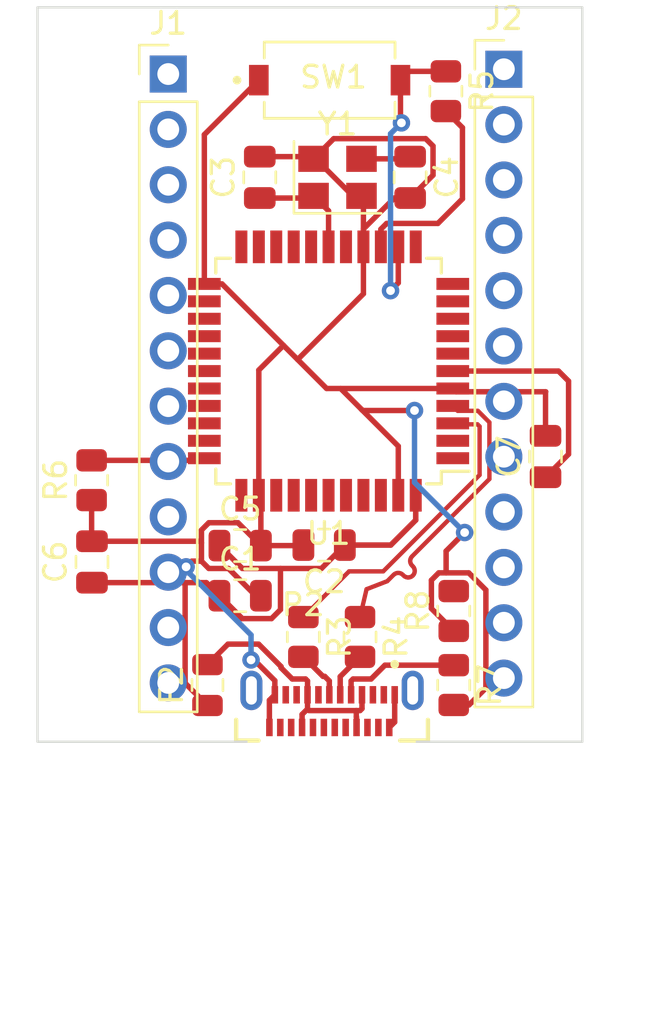
<source format=kicad_pcb>
(kicad_pcb (version 20171130) (host pcbnew 5.99.0+really5.1.10+dfsg1-1)

  (general
    (thickness 1.6)
    (drawings 7)
    (tracks 207)
    (zones 0)
    (modules 20)
    (nets 54)
  )

  (page A4)
  (layers
    (0 F.Cu signal)
    (31 B.Cu signal)
    (32 B.Adhes user)
    (33 F.Adhes user)
    (34 B.Paste user)
    (35 F.Paste user)
    (36 B.SilkS user)
    (37 F.SilkS user)
    (38 B.Mask user)
    (39 F.Mask user)
    (40 Dwgs.User user)
    (41 Cmts.User user)
    (42 Eco1.User user)
    (43 Eco2.User user)
    (44 Edge.Cuts user)
    (45 Margin user)
    (46 B.CrtYd user)
    (47 F.CrtYd user)
    (48 B.Fab user)
    (49 F.Fab user)
  )

  (setup
    (last_trace_width 0.25)
    (trace_clearance 0.2)
    (zone_clearance 0.508)
    (zone_45_only no)
    (trace_min 0.2)
    (via_size 0.8)
    (via_drill 0.4)
    (via_min_size 0.4)
    (via_min_drill 0.3)
    (uvia_size 0.3)
    (uvia_drill 0.1)
    (uvias_allowed no)
    (uvia_min_size 0.2)
    (uvia_min_drill 0.1)
    (edge_width 0.05)
    (segment_width 0.2)
    (pcb_text_width 0.3)
    (pcb_text_size 1.5 1.5)
    (mod_edge_width 0.12)
    (mod_text_size 1 1)
    (mod_text_width 0.15)
    (pad_size 1.524 1.524)
    (pad_drill 0.762)
    (pad_to_mask_clearance 0)
    (aux_axis_origin 0 0)
    (visible_elements FFFFFF7F)
    (pcbplotparams
      (layerselection 0x010fc_ffffffff)
      (usegerberextensions false)
      (usegerberattributes true)
      (usegerberadvancedattributes true)
      (creategerberjobfile true)
      (excludeedgelayer true)
      (linewidth 0.100000)
      (plotframeref false)
      (viasonmask false)
      (mode 1)
      (useauxorigin false)
      (hpglpennumber 1)
      (hpglpenspeed 20)
      (hpglpendiameter 15.000000)
      (psnegative false)
      (psa4output false)
      (plotreference true)
      (plotvalue true)
      (plotinvisibletext false)
      (padsonsilk false)
      (subtractmaskfromsilk false)
      (outputformat 1)
      (mirror false)
      (drillshape 1)
      (scaleselection 1)
      (outputdirectory ""))
  )

  (net 0 "")
  (net 1 GND)
  (net 2 "Net-(C3-Pad1)")
  (net 3 "Net-(C4-Pad1)")
  (net 4 "Net-(C7-Pad1)")
  (net 5 "Net-(F2-Pad2)")
  (net 6 D-)
  (net 7 D+)
  (net 8 "Net-(P2-PadS1)")
  (net 9 "Net-(P2-PadB8)")
  (net 10 "Net-(P2-PadB3)")
  (net 11 "Net-(P2-PadB2)")
  (net 12 "Net-(P2-PadB10)")
  (net 13 "Net-(P2-PadB11)")
  (net 14 "Net-(P2-PadB5)")
  (net 15 "Net-(P2-PadA11)")
  (net 16 "Net-(P2-PadA10)")
  (net 17 "Net-(P2-PadA8)")
  (net 18 "Net-(P2-PadA5)")
  (net 19 "Net-(P2-PadA3)")
  (net 20 "Net-(P2-PadA2)")
  (net 21 "Net-(R5-Pad1)")
  (net 22 "Net-(R6-Pad2)")
  (net 23 "Net-(U1-Pad42)")
  (net 24 "Net-(U1-Pad41)")
  (net 25 "Net-(U1-Pad40)")
  (net 26 "Net-(U1-Pad32)")
  (net 27 "Net-(U1-Pad26)")
  (net 28 "Net-(U1-Pad22)")
  (net 29 "Net-(U1-Pad12)")
  (net 30 "Net-(U1-Pad8)")
  (net 31 /Dline-)
  (net 32 /Dline+)
  (net 33 VCC)
  (net 34 F4)
  (net 35 F5)
  (net 36 F6)
  (net 37 F7)
  (net 38 C6)
  (net 39 B6)
  (net 40 B5)
  (net 41 B4)
  (net 42 D7)
  (net 43 D4)
  (net 44 D3)
  (net 45 D2)
  (net 46 D1)
  (net 47 D0)
  (net 48 B3)
  (net 49 B2)
  (net 50 B1)
  (net 51 E6)
  (net 52 RST)
  (net 53 "Net-(J2-Pad12)")

  (net_class Default "This is the default net class."
    (clearance 0.2)
    (trace_width 0.25)
    (via_dia 0.8)
    (via_drill 0.4)
    (uvia_dia 0.3)
    (uvia_drill 0.1)
    (add_net /Dline+)
    (add_net /Dline-)
    (add_net B1)
    (add_net B2)
    (add_net B3)
    (add_net B4)
    (add_net B5)
    (add_net B6)
    (add_net C6)
    (add_net D+)
    (add_net D-)
    (add_net D0)
    (add_net D1)
    (add_net D2)
    (add_net D3)
    (add_net D4)
    (add_net D7)
    (add_net E6)
    (add_net F4)
    (add_net F5)
    (add_net F6)
    (add_net F7)
    (add_net GND)
    (add_net "Net-(C3-Pad1)")
    (add_net "Net-(C4-Pad1)")
    (add_net "Net-(C7-Pad1)")
    (add_net "Net-(F2-Pad2)")
    (add_net "Net-(J2-Pad12)")
    (add_net "Net-(P2-PadA10)")
    (add_net "Net-(P2-PadA11)")
    (add_net "Net-(P2-PadA2)")
    (add_net "Net-(P2-PadA3)")
    (add_net "Net-(P2-PadA5)")
    (add_net "Net-(P2-PadA8)")
    (add_net "Net-(P2-PadB10)")
    (add_net "Net-(P2-PadB11)")
    (add_net "Net-(P2-PadB2)")
    (add_net "Net-(P2-PadB3)")
    (add_net "Net-(P2-PadB5)")
    (add_net "Net-(P2-PadB8)")
    (add_net "Net-(P2-PadS1)")
    (add_net "Net-(R5-Pad1)")
    (add_net "Net-(R6-Pad2)")
    (add_net "Net-(U1-Pad12)")
    (add_net "Net-(U1-Pad22)")
    (add_net "Net-(U1-Pad26)")
    (add_net "Net-(U1-Pad32)")
    (add_net "Net-(U1-Pad40)")
    (add_net "Net-(U1-Pad41)")
    (add_net "Net-(U1-Pad42)")
    (add_net "Net-(U1-Pad8)")
    (add_net RST)
    (add_net VCC)
  )

  (module Connector_PinHeader_2.54mm:PinHeader_1x12_P2.54mm_Vertical (layer F.Cu) (tedit 59FED5CC) (tstamp 615149E0)
    (at 81.4 52.84)
    (descr "Through hole straight pin header, 1x12, 2.54mm pitch, single row")
    (tags "Through hole pin header THT 1x12 2.54mm single row")
    (path /61706850)
    (fp_text reference J2 (at 0 -2.33) (layer F.SilkS)
      (effects (font (size 1 1) (thickness 0.15)))
    )
    (fp_text value Conn_01x12_Female (at 0 30.27) (layer F.Fab)
      (effects (font (size 1 1) (thickness 0.15)))
    )
    (fp_text user %R (at 0 13.97 90) (layer F.Fab)
      (effects (font (size 1 1) (thickness 0.15)))
    )
    (fp_line (start -0.635 -1.27) (end 1.27 -1.27) (layer F.Fab) (width 0.1))
    (fp_line (start 1.27 -1.27) (end 1.27 29.21) (layer F.Fab) (width 0.1))
    (fp_line (start 1.27 29.21) (end -1.27 29.21) (layer F.Fab) (width 0.1))
    (fp_line (start -1.27 29.21) (end -1.27 -0.635) (layer F.Fab) (width 0.1))
    (fp_line (start -1.27 -0.635) (end -0.635 -1.27) (layer F.Fab) (width 0.1))
    (fp_line (start -1.33 29.27) (end 1.33 29.27) (layer F.SilkS) (width 0.12))
    (fp_line (start -1.33 1.27) (end -1.33 29.27) (layer F.SilkS) (width 0.12))
    (fp_line (start 1.33 1.27) (end 1.33 29.27) (layer F.SilkS) (width 0.12))
    (fp_line (start -1.33 1.27) (end 1.33 1.27) (layer F.SilkS) (width 0.12))
    (fp_line (start -1.33 0) (end -1.33 -1.33) (layer F.SilkS) (width 0.12))
    (fp_line (start -1.33 -1.33) (end 0 -1.33) (layer F.SilkS) (width 0.12))
    (fp_line (start -1.8 -1.8) (end -1.8 29.75) (layer F.CrtYd) (width 0.05))
    (fp_line (start -1.8 29.75) (end 1.8 29.75) (layer F.CrtYd) (width 0.05))
    (fp_line (start 1.8 29.75) (end 1.8 -1.8) (layer F.CrtYd) (width 0.05))
    (fp_line (start 1.8 -1.8) (end -1.8 -1.8) (layer F.CrtYd) (width 0.05))
    (pad 12 thru_hole oval (at 0 27.94) (size 1.7 1.7) (drill 1) (layers *.Cu *.Mask)
      (net 53 "Net-(J2-Pad12)"))
    (pad 11 thru_hole oval (at 0 25.4) (size 1.7 1.7) (drill 1) (layers *.Cu *.Mask)
      (net 1 GND))
    (pad 10 thru_hole oval (at 0 22.86) (size 1.7 1.7) (drill 1) (layers *.Cu *.Mask)
      (net 52 RST))
    (pad 9 thru_hole oval (at 0 20.32) (size 1.7 1.7) (drill 1) (layers *.Cu *.Mask)
      (net 33 VCC))
    (pad 8 thru_hole oval (at 0 17.78) (size 1.7 1.7) (drill 1) (layers *.Cu *.Mask)
      (net 34 F4))
    (pad 7 thru_hole oval (at 0 15.24) (size 1.7 1.7) (drill 1) (layers *.Cu *.Mask)
      (net 35 F5))
    (pad 6 thru_hole oval (at 0 12.7) (size 1.7 1.7) (drill 1) (layers *.Cu *.Mask)
      (net 36 F6))
    (pad 5 thru_hole oval (at 0 10.16) (size 1.7 1.7) (drill 1) (layers *.Cu *.Mask)
      (net 37 F7))
    (pad 4 thru_hole oval (at 0 7.62) (size 1.7 1.7) (drill 1) (layers *.Cu *.Mask)
      (net 50 B1))
    (pad 3 thru_hole oval (at 0 5.08) (size 1.7 1.7) (drill 1) (layers *.Cu *.Mask)
      (net 48 B3))
    (pad 2 thru_hole oval (at 0 2.54) (size 1.7 1.7) (drill 1) (layers *.Cu *.Mask)
      (net 49 B2))
    (pad 1 thru_hole rect (at 0 0) (size 1.7 1.7) (drill 1) (layers *.Cu *.Mask)
      (net 39 B6))
    (model ${KISYS3DMOD}/Connector_PinHeader_2.54mm.3dshapes/PinHeader_1x12_P2.54mm_Vertical.wrl
      (at (xyz 0 0 0))
      (scale (xyz 1 1 1))
      (rotate (xyz 0 0 0))
    )
  )

  (module Connector_PinHeader_2.54mm:PinHeader_1x12_P2.54mm_Vertical (layer F.Cu) (tedit 59FED5CC) (tstamp 615149C1)
    (at 66 53.06)
    (descr "Through hole straight pin header, 1x12, 2.54mm pitch, single row")
    (tags "Through hole pin header THT 1x12 2.54mm single row")
    (path /6170255A)
    (fp_text reference J1 (at 0 -2.33) (layer F.SilkS)
      (effects (font (size 1 1) (thickness 0.15)))
    )
    (fp_text value Conn_01x12_Female (at 0 30.27) (layer F.Fab)
      (effects (font (size 1 1) (thickness 0.15)))
    )
    (fp_text user %R (at 0 13.97 90) (layer F.Fab)
      (effects (font (size 1 1) (thickness 0.15)))
    )
    (fp_line (start -0.635 -1.27) (end 1.27 -1.27) (layer F.Fab) (width 0.1))
    (fp_line (start 1.27 -1.27) (end 1.27 29.21) (layer F.Fab) (width 0.1))
    (fp_line (start 1.27 29.21) (end -1.27 29.21) (layer F.Fab) (width 0.1))
    (fp_line (start -1.27 29.21) (end -1.27 -0.635) (layer F.Fab) (width 0.1))
    (fp_line (start -1.27 -0.635) (end -0.635 -1.27) (layer F.Fab) (width 0.1))
    (fp_line (start -1.33 29.27) (end 1.33 29.27) (layer F.SilkS) (width 0.12))
    (fp_line (start -1.33 1.27) (end -1.33 29.27) (layer F.SilkS) (width 0.12))
    (fp_line (start 1.33 1.27) (end 1.33 29.27) (layer F.SilkS) (width 0.12))
    (fp_line (start -1.33 1.27) (end 1.33 1.27) (layer F.SilkS) (width 0.12))
    (fp_line (start -1.33 0) (end -1.33 -1.33) (layer F.SilkS) (width 0.12))
    (fp_line (start -1.33 -1.33) (end 0 -1.33) (layer F.SilkS) (width 0.12))
    (fp_line (start -1.8 -1.8) (end -1.8 29.75) (layer F.CrtYd) (width 0.05))
    (fp_line (start -1.8 29.75) (end 1.8 29.75) (layer F.CrtYd) (width 0.05))
    (fp_line (start 1.8 29.75) (end 1.8 -1.8) (layer F.CrtYd) (width 0.05))
    (fp_line (start 1.8 -1.8) (end -1.8 -1.8) (layer F.CrtYd) (width 0.05))
    (pad 12 thru_hole oval (at 0 27.94) (size 1.7 1.7) (drill 1) (layers *.Cu *.Mask)
      (net 40 B5))
    (pad 11 thru_hole oval (at 0 25.4) (size 1.7 1.7) (drill 1) (layers *.Cu *.Mask)
      (net 41 B4))
    (pad 10 thru_hole oval (at 0 22.86) (size 1.7 1.7) (drill 1) (layers *.Cu *.Mask)
      (net 51 E6))
    (pad 9 thru_hole oval (at 0 20.32) (size 1.7 1.7) (drill 1) (layers *.Cu *.Mask)
      (net 42 D7))
    (pad 8 thru_hole oval (at 0 17.78) (size 1.7 1.7) (drill 1) (layers *.Cu *.Mask)
      (net 38 C6))
    (pad 7 thru_hole oval (at 0 15.24) (size 1.7 1.7) (drill 1) (layers *.Cu *.Mask)
      (net 43 D4))
    (pad 6 thru_hole oval (at 0 12.7) (size 1.7 1.7) (drill 1) (layers *.Cu *.Mask)
      (net 47 D0))
    (pad 5 thru_hole oval (at 0 10.16) (size 1.7 1.7) (drill 1) (layers *.Cu *.Mask)
      (net 46 D1))
    (pad 4 thru_hole oval (at 0 7.62) (size 1.7 1.7) (drill 1) (layers *.Cu *.Mask)
      (net 1 GND))
    (pad 3 thru_hole oval (at 0 5.08) (size 1.7 1.7) (drill 1) (layers *.Cu *.Mask)
      (net 1 GND))
    (pad 2 thru_hole oval (at 0 2.54) (size 1.7 1.7) (drill 1) (layers *.Cu *.Mask)
      (net 45 D2))
    (pad 1 thru_hole rect (at 0 0) (size 1.7 1.7) (drill 1) (layers *.Cu *.Mask)
      (net 44 D3))
    (model ${KISYS3DMOD}/Connector_PinHeader_2.54mm.3dshapes/PinHeader_1x12_P2.54mm_Vertical.wrl
      (at (xyz 0 0 0))
      (scale (xyz 1 1 1))
      (rotate (xyz 0 0 0))
    )
  )

  (module misc:GCT_USB4155-03-C_REVA (layer F.Cu) (tedit 61504D31) (tstamp 61511AC6)
    (at 73.516 82.296)
    (path /615B98A9)
    (fp_text reference P2 (at -1.325 -4.885) (layer F.SilkS)
      (effects (font (size 1 1) (thickness 0.15)))
    )
    (fp_text value USB_C_Plug (at 8.835 -3.385) (layer F.Fab)
      (effects (font (size 1 1) (thickness 0.15)))
    )
    (fp_text user PCB-Edge (at 5 1.1) (layer F.Fab)
      (effects (font (size 0.64 0.64) (thickness 0.15)))
    )
    (fp_circle (center 2.875 -2.15) (end 2.975 -2.15) (layer F.SilkS) (width 0.2))
    (fp_line (start -4.4 1.35) (end -3.375 1.35) (layer F.SilkS) (width 0.2))
    (fp_line (start 3.125 1.35) (end 4.4 1.35) (layer F.SilkS) (width 0.2))
    (fp_line (start -4.4 14.05) (end -4.4 -1.45) (layer F.Fab) (width 0.1))
    (fp_line (start 4.4 14.05) (end 4.4 -1.45) (layer F.Fab) (width 0.1))
    (fp_line (start -4.4 -1.45) (end 4.4 -1.45) (layer F.Fab) (width 0.1))
    (fp_line (start -4.4 14.05) (end 4.4 14.05) (layer F.Fab) (width 0.1))
    (fp_line (start -4.65 14.3) (end -4.65 -2.2) (layer F.CrtYd) (width 0.05))
    (fp_line (start -4.65 14.3) (end 4.65 14.3) (layer F.CrtYd) (width 0.05))
    (fp_line (start -4.65 -2.2) (end 4.65 -2.2) (layer F.CrtYd) (width 0.05))
    (fp_line (start 4.65 14.3) (end 4.65 -2.2) (layer F.CrtYd) (width 0.05))
    (fp_circle (center 2.875 -2.15) (end 2.975 -2.15) (layer F.Fab) (width 0.2))
    (fp_line (start -5.5 1.35) (end 5.5 1.35) (layer F.Fab) (width 0.1))
    (fp_line (start -4.4 1.35) (end -4.4 0.4) (layer F.SilkS) (width 0.2))
    (fp_line (start 4.4 1.35) (end 4.4 0.4) (layer F.SilkS) (width 0.2))
    (fp_poly (pts (xy -3.7 -1.85) (xy -3.726 -1.849) (xy -3.752 -1.847) (xy -3.778 -1.844)
      (xy -3.804 -1.839) (xy -3.829 -1.833) (xy -3.855 -1.826) (xy -3.879 -1.817)
      (xy -3.903 -1.807) (xy -3.927 -1.796) (xy -3.95 -1.783) (xy -3.972 -1.769)
      (xy -3.994 -1.755) (xy -4.015 -1.739) (xy -4.035 -1.722) (xy -4.054 -1.704)
      (xy -4.072 -1.685) (xy -4.089 -1.665) (xy -4.105 -1.644) (xy -4.119 -1.622)
      (xy -4.133 -1.6) (xy -4.146 -1.577) (xy -4.157 -1.553) (xy -4.167 -1.529)
      (xy -4.176 -1.505) (xy -4.183 -1.479) (xy -4.189 -1.454) (xy -4.194 -1.428)
      (xy -4.197 -1.402) (xy -4.199 -1.376) (xy -4.2 -1.35) (xy -4.2 -0.55)
      (xy -4.199 -0.524) (xy -4.197 -0.498) (xy -4.194 -0.472) (xy -4.189 -0.446)
      (xy -4.183 -0.421) (xy -4.176 -0.395) (xy -4.167 -0.371) (xy -4.157 -0.347)
      (xy -4.146 -0.323) (xy -4.133 -0.3) (xy -4.119 -0.278) (xy -4.105 -0.256)
      (xy -4.089 -0.235) (xy -4.072 -0.215) (xy -4.054 -0.196) (xy -4.035 -0.178)
      (xy -4.015 -0.161) (xy -3.994 -0.145) (xy -3.972 -0.131) (xy -3.95 -0.117)
      (xy -3.927 -0.104) (xy -3.903 -0.093) (xy -3.879 -0.083) (xy -3.855 -0.074)
      (xy -3.829 -0.067) (xy -3.804 -0.061) (xy -3.778 -0.056) (xy -3.752 -0.053)
      (xy -3.726 -0.051) (xy -3.7 -0.05) (xy -3.674 -0.051) (xy -3.648 -0.053)
      (xy -3.622 -0.056) (xy -3.596 -0.061) (xy -3.571 -0.067) (xy -3.545 -0.074)
      (xy -3.521 -0.083) (xy -3.497 -0.093) (xy -3.473 -0.104) (xy -3.45 -0.117)
      (xy -3.428 -0.131) (xy -3.406 -0.145) (xy -3.385 -0.161) (xy -3.365 -0.178)
      (xy -3.346 -0.196) (xy -3.328 -0.215) (xy -3.311 -0.235) (xy -3.295 -0.256)
      (xy -3.281 -0.278) (xy -3.267 -0.3) (xy -3.254 -0.323) (xy -3.243 -0.347)
      (xy -3.233 -0.371) (xy -3.224 -0.395) (xy -3.217 -0.421) (xy -3.211 -0.446)
      (xy -3.206 -0.472) (xy -3.203 -0.498) (xy -3.201 -0.524) (xy -3.2 -0.55)
      (xy -3.2 -1.35) (xy -3.201 -1.376) (xy -3.203 -1.402) (xy -3.206 -1.428)
      (xy -3.211 -1.454) (xy -3.217 -1.479) (xy -3.224 -1.505) (xy -3.233 -1.529)
      (xy -3.243 -1.553) (xy -3.254 -1.577) (xy -3.267 -1.6) (xy -3.281 -1.622)
      (xy -3.295 -1.644) (xy -3.311 -1.665) (xy -3.328 -1.685) (xy -3.346 -1.704)
      (xy -3.365 -1.722) (xy -3.385 -1.739) (xy -3.406 -1.755) (xy -3.428 -1.769)
      (xy -3.45 -1.783) (xy -3.473 -1.796) (xy -3.497 -1.807) (xy -3.521 -1.817)
      (xy -3.545 -1.826) (xy -3.571 -1.833) (xy -3.596 -1.839) (xy -3.622 -1.844)
      (xy -3.648 -1.847) (xy -3.674 -1.849) (xy -3.7 -1.85)) (layer F.Cu) (width 0.01))
    (fp_poly (pts (xy -3.7 -1.85) (xy -3.726 -1.849) (xy -3.752 -1.847) (xy -3.778 -1.844)
      (xy -3.804 -1.839) (xy -3.829 -1.833) (xy -3.855 -1.826) (xy -3.879 -1.817)
      (xy -3.903 -1.807) (xy -3.927 -1.796) (xy -3.95 -1.783) (xy -3.972 -1.769)
      (xy -3.994 -1.755) (xy -4.015 -1.739) (xy -4.035 -1.722) (xy -4.054 -1.704)
      (xy -4.072 -1.685) (xy -4.089 -1.665) (xy -4.105 -1.644) (xy -4.119 -1.622)
      (xy -4.133 -1.6) (xy -4.146 -1.577) (xy -4.157 -1.553) (xy -4.167 -1.529)
      (xy -4.176 -1.505) (xy -4.183 -1.479) (xy -4.189 -1.454) (xy -4.194 -1.428)
      (xy -4.197 -1.402) (xy -4.199 -1.376) (xy -4.2 -1.35) (xy -4.2 -0.55)
      (xy -4.199 -0.524) (xy -4.197 -0.498) (xy -4.194 -0.472) (xy -4.189 -0.446)
      (xy -4.183 -0.421) (xy -4.176 -0.395) (xy -4.167 -0.371) (xy -4.157 -0.347)
      (xy -4.146 -0.323) (xy -4.133 -0.3) (xy -4.119 -0.278) (xy -4.105 -0.256)
      (xy -4.089 -0.235) (xy -4.072 -0.215) (xy -4.054 -0.196) (xy -4.035 -0.178)
      (xy -4.015 -0.161) (xy -3.994 -0.145) (xy -3.972 -0.131) (xy -3.95 -0.117)
      (xy -3.927 -0.104) (xy -3.903 -0.093) (xy -3.879 -0.083) (xy -3.855 -0.074)
      (xy -3.829 -0.067) (xy -3.804 -0.061) (xy -3.778 -0.056) (xy -3.752 -0.053)
      (xy -3.726 -0.051) (xy -3.7 -0.05) (xy -3.674 -0.051) (xy -3.648 -0.053)
      (xy -3.622 -0.056) (xy -3.596 -0.061) (xy -3.571 -0.067) (xy -3.545 -0.074)
      (xy -3.521 -0.083) (xy -3.497 -0.093) (xy -3.473 -0.104) (xy -3.45 -0.117)
      (xy -3.428 -0.131) (xy -3.406 -0.145) (xy -3.385 -0.161) (xy -3.365 -0.178)
      (xy -3.346 -0.196) (xy -3.328 -0.215) (xy -3.311 -0.235) (xy -3.295 -0.256)
      (xy -3.281 -0.278) (xy -3.267 -0.3) (xy -3.254 -0.323) (xy -3.243 -0.347)
      (xy -3.233 -0.371) (xy -3.224 -0.395) (xy -3.217 -0.421) (xy -3.211 -0.446)
      (xy -3.206 -0.472) (xy -3.203 -0.498) (xy -3.201 -0.524) (xy -3.2 -0.55)
      (xy -3.2 -1.35) (xy -3.201 -1.376) (xy -3.203 -1.402) (xy -3.206 -1.428)
      (xy -3.211 -1.454) (xy -3.217 -1.479) (xy -3.224 -1.505) (xy -3.233 -1.529)
      (xy -3.243 -1.553) (xy -3.254 -1.577) (xy -3.267 -1.6) (xy -3.281 -1.622)
      (xy -3.295 -1.644) (xy -3.311 -1.665) (xy -3.328 -1.685) (xy -3.346 -1.704)
      (xy -3.365 -1.722) (xy -3.385 -1.739) (xy -3.406 -1.755) (xy -3.428 -1.769)
      (xy -3.45 -1.783) (xy -3.473 -1.796) (xy -3.497 -1.807) (xy -3.521 -1.817)
      (xy -3.545 -1.826) (xy -3.571 -1.833) (xy -3.596 -1.839) (xy -3.622 -1.844)
      (xy -3.648 -1.847) (xy -3.674 -1.849) (xy -3.7 -1.85)) (layer B.Cu) (width 0.01))
    (fp_poly (pts (xy -3.7 -1.95) (xy -3.731 -1.949) (xy -3.763 -1.947) (xy -3.794 -1.943)
      (xy -3.825 -1.937) (xy -3.855 -1.93) (xy -3.885 -1.921) (xy -3.915 -1.91)
      (xy -3.944 -1.898) (xy -3.972 -1.885) (xy -4 -1.87) (xy -4.027 -1.853)
      (xy -4.053 -1.835) (xy -4.078 -1.816) (xy -4.101 -1.796) (xy -4.124 -1.774)
      (xy -4.146 -1.751) (xy -4.166 -1.728) (xy -4.185 -1.703) (xy -4.203 -1.677)
      (xy -4.22 -1.65) (xy -4.235 -1.622) (xy -4.248 -1.594) (xy -4.26 -1.565)
      (xy -4.271 -1.535) (xy -4.28 -1.505) (xy -4.287 -1.475) (xy -4.293 -1.444)
      (xy -4.297 -1.413) (xy -4.299 -1.381) (xy -4.3 -1.35) (xy -4.3 -0.55)
      (xy -4.299 -0.519) (xy -4.297 -0.487) (xy -4.293 -0.456) (xy -4.287 -0.425)
      (xy -4.28 -0.395) (xy -4.271 -0.365) (xy -4.26 -0.335) (xy -4.248 -0.306)
      (xy -4.235 -0.278) (xy -4.22 -0.25) (xy -4.203 -0.223) (xy -4.185 -0.197)
      (xy -4.166 -0.172) (xy -4.146 -0.149) (xy -4.124 -0.126) (xy -4.101 -0.104)
      (xy -4.078 -0.084) (xy -4.053 -0.065) (xy -4.027 -0.047) (xy -4 -0.03)
      (xy -3.972 -0.015) (xy -3.944 -0.002) (xy -3.915 0.01) (xy -3.885 0.021)
      (xy -3.855 0.03) (xy -3.825 0.037) (xy -3.794 0.043) (xy -3.763 0.047)
      (xy -3.731 0.049) (xy -3.7 0.05) (xy -3.669 0.049) (xy -3.637 0.047)
      (xy -3.606 0.043) (xy -3.575 0.037) (xy -3.545 0.03) (xy -3.515 0.021)
      (xy -3.485 0.01) (xy -3.456 -0.002) (xy -3.428 -0.015) (xy -3.4 -0.03)
      (xy -3.373 -0.047) (xy -3.347 -0.065) (xy -3.322 -0.084) (xy -3.299 -0.104)
      (xy -3.276 -0.126) (xy -3.254 -0.149) (xy -3.234 -0.172) (xy -3.215 -0.197)
      (xy -3.197 -0.223) (xy -3.18 -0.25) (xy -3.165 -0.278) (xy -3.152 -0.306)
      (xy -3.14 -0.335) (xy -3.129 -0.365) (xy -3.12 -0.395) (xy -3.113 -0.425)
      (xy -3.107 -0.456) (xy -3.103 -0.487) (xy -3.101 -0.519) (xy -3.1 -0.55)
      (xy -3.1 -1.35) (xy -3.101 -1.381) (xy -3.103 -1.413) (xy -3.107 -1.444)
      (xy -3.113 -1.475) (xy -3.12 -1.505) (xy -3.129 -1.535) (xy -3.14 -1.565)
      (xy -3.152 -1.594) (xy -3.165 -1.622) (xy -3.18 -1.65) (xy -3.197 -1.677)
      (xy -3.215 -1.703) (xy -3.234 -1.728) (xy -3.254 -1.751) (xy -3.276 -1.774)
      (xy -3.299 -1.796) (xy -3.322 -1.816) (xy -3.347 -1.835) (xy -3.373 -1.853)
      (xy -3.4 -1.87) (xy -3.428 -1.885) (xy -3.456 -1.898) (xy -3.485 -1.91)
      (xy -3.515 -1.921) (xy -3.545 -1.93) (xy -3.575 -1.937) (xy -3.606 -1.943)
      (xy -3.637 -1.947) (xy -3.669 -1.949) (xy -3.7 -1.95)) (layer F.Mask) (width 0.01))
    (fp_poly (pts (xy -3.7 -1.95) (xy -3.731 -1.949) (xy -3.763 -1.947) (xy -3.794 -1.943)
      (xy -3.825 -1.937) (xy -3.855 -1.93) (xy -3.885 -1.921) (xy -3.915 -1.91)
      (xy -3.944 -1.898) (xy -3.972 -1.885) (xy -4 -1.87) (xy -4.027 -1.853)
      (xy -4.053 -1.835) (xy -4.078 -1.816) (xy -4.101 -1.796) (xy -4.124 -1.774)
      (xy -4.146 -1.751) (xy -4.166 -1.728) (xy -4.185 -1.703) (xy -4.203 -1.677)
      (xy -4.22 -1.65) (xy -4.235 -1.622) (xy -4.248 -1.594) (xy -4.26 -1.565)
      (xy -4.271 -1.535) (xy -4.28 -1.505) (xy -4.287 -1.475) (xy -4.293 -1.444)
      (xy -4.297 -1.413) (xy -4.299 -1.381) (xy -4.3 -1.35) (xy -4.3 -0.55)
      (xy -4.299 -0.519) (xy -4.297 -0.487) (xy -4.293 -0.456) (xy -4.287 -0.425)
      (xy -4.28 -0.395) (xy -4.271 -0.365) (xy -4.26 -0.335) (xy -4.248 -0.306)
      (xy -4.235 -0.278) (xy -4.22 -0.25) (xy -4.203 -0.223) (xy -4.185 -0.197)
      (xy -4.166 -0.172) (xy -4.146 -0.149) (xy -4.124 -0.126) (xy -4.101 -0.104)
      (xy -4.078 -0.084) (xy -4.053 -0.065) (xy -4.027 -0.047) (xy -4 -0.03)
      (xy -3.972 -0.015) (xy -3.944 -0.002) (xy -3.915 0.01) (xy -3.885 0.021)
      (xy -3.855 0.03) (xy -3.825 0.037) (xy -3.794 0.043) (xy -3.763 0.047)
      (xy -3.731 0.049) (xy -3.7 0.05) (xy -3.669 0.049) (xy -3.637 0.047)
      (xy -3.606 0.043) (xy -3.575 0.037) (xy -3.545 0.03) (xy -3.515 0.021)
      (xy -3.485 0.01) (xy -3.456 -0.002) (xy -3.428 -0.015) (xy -3.4 -0.03)
      (xy -3.373 -0.047) (xy -3.347 -0.065) (xy -3.322 -0.084) (xy -3.299 -0.104)
      (xy -3.276 -0.126) (xy -3.254 -0.149) (xy -3.234 -0.172) (xy -3.215 -0.197)
      (xy -3.197 -0.223) (xy -3.18 -0.25) (xy -3.165 -0.278) (xy -3.152 -0.306)
      (xy -3.14 -0.335) (xy -3.129 -0.365) (xy -3.12 -0.395) (xy -3.113 -0.425)
      (xy -3.107 -0.456) (xy -3.103 -0.487) (xy -3.101 -0.519) (xy -3.1 -0.55)
      (xy -3.1 -1.35) (xy -3.101 -1.381) (xy -3.103 -1.413) (xy -3.107 -1.444)
      (xy -3.113 -1.475) (xy -3.12 -1.505) (xy -3.129 -1.535) (xy -3.14 -1.565)
      (xy -3.152 -1.594) (xy -3.165 -1.622) (xy -3.18 -1.65) (xy -3.197 -1.677)
      (xy -3.215 -1.703) (xy -3.234 -1.728) (xy -3.254 -1.751) (xy -3.276 -1.774)
      (xy -3.299 -1.796) (xy -3.322 -1.816) (xy -3.347 -1.835) (xy -3.373 -1.853)
      (xy -3.4 -1.87) (xy -3.428 -1.885) (xy -3.456 -1.898) (xy -3.485 -1.91)
      (xy -3.515 -1.921) (xy -3.545 -1.93) (xy -3.575 -1.937) (xy -3.606 -1.943)
      (xy -3.637 -1.947) (xy -3.669 -1.949) (xy -3.7 -1.95)) (layer B.Mask) (width 0.01))
    (fp_poly (pts (xy 3.7 -1.85) (xy 3.674 -1.849) (xy 3.648 -1.847) (xy 3.622 -1.844)
      (xy 3.596 -1.839) (xy 3.571 -1.833) (xy 3.545 -1.826) (xy 3.521 -1.817)
      (xy 3.497 -1.807) (xy 3.473 -1.796) (xy 3.45 -1.783) (xy 3.428 -1.769)
      (xy 3.406 -1.755) (xy 3.385 -1.739) (xy 3.365 -1.722) (xy 3.346 -1.704)
      (xy 3.328 -1.685) (xy 3.311 -1.665) (xy 3.295 -1.644) (xy 3.281 -1.622)
      (xy 3.267 -1.6) (xy 3.254 -1.577) (xy 3.243 -1.553) (xy 3.233 -1.529)
      (xy 3.224 -1.505) (xy 3.217 -1.479) (xy 3.211 -1.454) (xy 3.206 -1.428)
      (xy 3.203 -1.402) (xy 3.201 -1.376) (xy 3.2 -1.35) (xy 3.2 -0.55)
      (xy 3.201 -0.524) (xy 3.203 -0.498) (xy 3.206 -0.472) (xy 3.211 -0.446)
      (xy 3.217 -0.421) (xy 3.224 -0.395) (xy 3.233 -0.371) (xy 3.243 -0.347)
      (xy 3.254 -0.323) (xy 3.267 -0.3) (xy 3.281 -0.278) (xy 3.295 -0.256)
      (xy 3.311 -0.235) (xy 3.328 -0.215) (xy 3.346 -0.196) (xy 3.365 -0.178)
      (xy 3.385 -0.161) (xy 3.406 -0.145) (xy 3.428 -0.131) (xy 3.45 -0.117)
      (xy 3.473 -0.104) (xy 3.497 -0.093) (xy 3.521 -0.083) (xy 3.545 -0.074)
      (xy 3.571 -0.067) (xy 3.596 -0.061) (xy 3.622 -0.056) (xy 3.648 -0.053)
      (xy 3.674 -0.051) (xy 3.7 -0.05) (xy 3.726 -0.051) (xy 3.752 -0.053)
      (xy 3.778 -0.056) (xy 3.804 -0.061) (xy 3.829 -0.067) (xy 3.855 -0.074)
      (xy 3.879 -0.083) (xy 3.903 -0.093) (xy 3.927 -0.104) (xy 3.95 -0.117)
      (xy 3.972 -0.131) (xy 3.994 -0.145) (xy 4.015 -0.161) (xy 4.035 -0.178)
      (xy 4.054 -0.196) (xy 4.072 -0.215) (xy 4.089 -0.235) (xy 4.105 -0.256)
      (xy 4.119 -0.278) (xy 4.133 -0.3) (xy 4.146 -0.323) (xy 4.157 -0.347)
      (xy 4.167 -0.371) (xy 4.176 -0.395) (xy 4.183 -0.421) (xy 4.189 -0.446)
      (xy 4.194 -0.472) (xy 4.197 -0.498) (xy 4.199 -0.524) (xy 4.2 -0.55)
      (xy 4.2 -1.35) (xy 4.199 -1.376) (xy 4.197 -1.402) (xy 4.194 -1.428)
      (xy 4.189 -1.454) (xy 4.183 -1.479) (xy 4.176 -1.505) (xy 4.167 -1.529)
      (xy 4.157 -1.553) (xy 4.146 -1.577) (xy 4.133 -1.6) (xy 4.119 -1.622)
      (xy 4.105 -1.644) (xy 4.089 -1.665) (xy 4.072 -1.685) (xy 4.054 -1.704)
      (xy 4.035 -1.722) (xy 4.015 -1.739) (xy 3.994 -1.755) (xy 3.972 -1.769)
      (xy 3.95 -1.783) (xy 3.927 -1.796) (xy 3.903 -1.807) (xy 3.879 -1.817)
      (xy 3.855 -1.826) (xy 3.829 -1.833) (xy 3.804 -1.839) (xy 3.778 -1.844)
      (xy 3.752 -1.847) (xy 3.726 -1.849) (xy 3.7 -1.85)) (layer F.Cu) (width 0.01))
    (fp_poly (pts (xy 3.7 -1.85) (xy 3.674 -1.849) (xy 3.648 -1.847) (xy 3.622 -1.844)
      (xy 3.596 -1.839) (xy 3.571 -1.833) (xy 3.545 -1.826) (xy 3.521 -1.817)
      (xy 3.497 -1.807) (xy 3.473 -1.796) (xy 3.45 -1.783) (xy 3.428 -1.769)
      (xy 3.406 -1.755) (xy 3.385 -1.739) (xy 3.365 -1.722) (xy 3.346 -1.704)
      (xy 3.328 -1.685) (xy 3.311 -1.665) (xy 3.295 -1.644) (xy 3.281 -1.622)
      (xy 3.267 -1.6) (xy 3.254 -1.577) (xy 3.243 -1.553) (xy 3.233 -1.529)
      (xy 3.224 -1.505) (xy 3.217 -1.479) (xy 3.211 -1.454) (xy 3.206 -1.428)
      (xy 3.203 -1.402) (xy 3.201 -1.376) (xy 3.2 -1.35) (xy 3.2 -0.55)
      (xy 3.201 -0.524) (xy 3.203 -0.498) (xy 3.206 -0.472) (xy 3.211 -0.446)
      (xy 3.217 -0.421) (xy 3.224 -0.395) (xy 3.233 -0.371) (xy 3.243 -0.347)
      (xy 3.254 -0.323) (xy 3.267 -0.3) (xy 3.281 -0.278) (xy 3.295 -0.256)
      (xy 3.311 -0.235) (xy 3.328 -0.215) (xy 3.346 -0.196) (xy 3.365 -0.178)
      (xy 3.385 -0.161) (xy 3.406 -0.145) (xy 3.428 -0.131) (xy 3.45 -0.117)
      (xy 3.473 -0.104) (xy 3.497 -0.093) (xy 3.521 -0.083) (xy 3.545 -0.074)
      (xy 3.571 -0.067) (xy 3.596 -0.061) (xy 3.622 -0.056) (xy 3.648 -0.053)
      (xy 3.674 -0.051) (xy 3.7 -0.05) (xy 3.726 -0.051) (xy 3.752 -0.053)
      (xy 3.778 -0.056) (xy 3.804 -0.061) (xy 3.829 -0.067) (xy 3.855 -0.074)
      (xy 3.879 -0.083) (xy 3.903 -0.093) (xy 3.927 -0.104) (xy 3.95 -0.117)
      (xy 3.972 -0.131) (xy 3.994 -0.145) (xy 4.015 -0.161) (xy 4.035 -0.178)
      (xy 4.054 -0.196) (xy 4.072 -0.215) (xy 4.089 -0.235) (xy 4.105 -0.256)
      (xy 4.119 -0.278) (xy 4.133 -0.3) (xy 4.146 -0.323) (xy 4.157 -0.347)
      (xy 4.167 -0.371) (xy 4.176 -0.395) (xy 4.183 -0.421) (xy 4.189 -0.446)
      (xy 4.194 -0.472) (xy 4.197 -0.498) (xy 4.199 -0.524) (xy 4.2 -0.55)
      (xy 4.2 -1.35) (xy 4.199 -1.376) (xy 4.197 -1.402) (xy 4.194 -1.428)
      (xy 4.189 -1.454) (xy 4.183 -1.479) (xy 4.176 -1.505) (xy 4.167 -1.529)
      (xy 4.157 -1.553) (xy 4.146 -1.577) (xy 4.133 -1.6) (xy 4.119 -1.622)
      (xy 4.105 -1.644) (xy 4.089 -1.665) (xy 4.072 -1.685) (xy 4.054 -1.704)
      (xy 4.035 -1.722) (xy 4.015 -1.739) (xy 3.994 -1.755) (xy 3.972 -1.769)
      (xy 3.95 -1.783) (xy 3.927 -1.796) (xy 3.903 -1.807) (xy 3.879 -1.817)
      (xy 3.855 -1.826) (xy 3.829 -1.833) (xy 3.804 -1.839) (xy 3.778 -1.844)
      (xy 3.752 -1.847) (xy 3.726 -1.849) (xy 3.7 -1.85)) (layer B.Cu) (width 0.01))
    (fp_poly (pts (xy 3.7 -1.95) (xy 3.669 -1.949) (xy 3.637 -1.947) (xy 3.606 -1.943)
      (xy 3.575 -1.937) (xy 3.545 -1.93) (xy 3.515 -1.921) (xy 3.485 -1.91)
      (xy 3.456 -1.898) (xy 3.428 -1.885) (xy 3.4 -1.87) (xy 3.373 -1.853)
      (xy 3.347 -1.835) (xy 3.322 -1.816) (xy 3.299 -1.796) (xy 3.276 -1.774)
      (xy 3.254 -1.751) (xy 3.234 -1.728) (xy 3.215 -1.703) (xy 3.197 -1.677)
      (xy 3.18 -1.65) (xy 3.165 -1.622) (xy 3.152 -1.594) (xy 3.14 -1.565)
      (xy 3.129 -1.535) (xy 3.12 -1.505) (xy 3.113 -1.475) (xy 3.107 -1.444)
      (xy 3.103 -1.413) (xy 3.101 -1.381) (xy 3.1 -1.35) (xy 3.1 -0.55)
      (xy 3.101 -0.519) (xy 3.103 -0.487) (xy 3.107 -0.456) (xy 3.113 -0.425)
      (xy 3.12 -0.395) (xy 3.129 -0.365) (xy 3.14 -0.335) (xy 3.152 -0.306)
      (xy 3.165 -0.278) (xy 3.18 -0.25) (xy 3.197 -0.223) (xy 3.215 -0.197)
      (xy 3.234 -0.172) (xy 3.254 -0.149) (xy 3.276 -0.126) (xy 3.299 -0.104)
      (xy 3.322 -0.084) (xy 3.347 -0.065) (xy 3.373 -0.047) (xy 3.4 -0.03)
      (xy 3.428 -0.015) (xy 3.456 -0.002) (xy 3.485 0.01) (xy 3.515 0.021)
      (xy 3.545 0.03) (xy 3.575 0.037) (xy 3.606 0.043) (xy 3.637 0.047)
      (xy 3.669 0.049) (xy 3.7 0.05) (xy 3.731 0.049) (xy 3.763 0.047)
      (xy 3.794 0.043) (xy 3.825 0.037) (xy 3.855 0.03) (xy 3.885 0.021)
      (xy 3.915 0.01) (xy 3.944 -0.002) (xy 3.972 -0.015) (xy 4 -0.03)
      (xy 4.027 -0.047) (xy 4.053 -0.065) (xy 4.078 -0.084) (xy 4.101 -0.104)
      (xy 4.124 -0.126) (xy 4.146 -0.149) (xy 4.166 -0.172) (xy 4.185 -0.197)
      (xy 4.203 -0.223) (xy 4.22 -0.25) (xy 4.235 -0.278) (xy 4.248 -0.306)
      (xy 4.26 -0.335) (xy 4.271 -0.365) (xy 4.28 -0.395) (xy 4.287 -0.425)
      (xy 4.293 -0.456) (xy 4.297 -0.487) (xy 4.299 -0.519) (xy 4.3 -0.55)
      (xy 4.3 -1.35) (xy 4.299 -1.381) (xy 4.297 -1.413) (xy 4.293 -1.444)
      (xy 4.287 -1.475) (xy 4.28 -1.505) (xy 4.271 -1.535) (xy 4.26 -1.565)
      (xy 4.248 -1.594) (xy 4.235 -1.622) (xy 4.22 -1.65) (xy 4.203 -1.677)
      (xy 4.185 -1.703) (xy 4.166 -1.728) (xy 4.146 -1.751) (xy 4.124 -1.774)
      (xy 4.101 -1.796) (xy 4.078 -1.816) (xy 4.053 -1.835) (xy 4.027 -1.853)
      (xy 4 -1.87) (xy 3.972 -1.885) (xy 3.944 -1.898) (xy 3.915 -1.91)
      (xy 3.885 -1.921) (xy 3.855 -1.93) (xy 3.825 -1.937) (xy 3.794 -1.943)
      (xy 3.763 -1.947) (xy 3.731 -1.949) (xy 3.7 -1.95)) (layer F.Mask) (width 0.01))
    (fp_poly (pts (xy 3.7 -1.95) (xy 3.669 -1.949) (xy 3.637 -1.947) (xy 3.606 -1.943)
      (xy 3.575 -1.937) (xy 3.545 -1.93) (xy 3.515 -1.921) (xy 3.485 -1.91)
      (xy 3.456 -1.898) (xy 3.428 -1.885) (xy 3.4 -1.87) (xy 3.373 -1.853)
      (xy 3.347 -1.835) (xy 3.322 -1.816) (xy 3.299 -1.796) (xy 3.276 -1.774)
      (xy 3.254 -1.751) (xy 3.234 -1.728) (xy 3.215 -1.703) (xy 3.197 -1.677)
      (xy 3.18 -1.65) (xy 3.165 -1.622) (xy 3.152 -1.594) (xy 3.14 -1.565)
      (xy 3.129 -1.535) (xy 3.12 -1.505) (xy 3.113 -1.475) (xy 3.107 -1.444)
      (xy 3.103 -1.413) (xy 3.101 -1.381) (xy 3.1 -1.35) (xy 3.1 -0.55)
      (xy 3.101 -0.519) (xy 3.103 -0.487) (xy 3.107 -0.456) (xy 3.113 -0.425)
      (xy 3.12 -0.395) (xy 3.129 -0.365) (xy 3.14 -0.335) (xy 3.152 -0.306)
      (xy 3.165 -0.278) (xy 3.18 -0.25) (xy 3.197 -0.223) (xy 3.215 -0.197)
      (xy 3.234 -0.172) (xy 3.254 -0.149) (xy 3.276 -0.126) (xy 3.299 -0.104)
      (xy 3.322 -0.084) (xy 3.347 -0.065) (xy 3.373 -0.047) (xy 3.4 -0.03)
      (xy 3.428 -0.015) (xy 3.456 -0.002) (xy 3.485 0.01) (xy 3.515 0.021)
      (xy 3.545 0.03) (xy 3.575 0.037) (xy 3.606 0.043) (xy 3.637 0.047)
      (xy 3.669 0.049) (xy 3.7 0.05) (xy 3.731 0.049) (xy 3.763 0.047)
      (xy 3.794 0.043) (xy 3.825 0.037) (xy 3.855 0.03) (xy 3.885 0.021)
      (xy 3.915 0.01) (xy 3.944 -0.002) (xy 3.972 -0.015) (xy 4 -0.03)
      (xy 4.027 -0.047) (xy 4.053 -0.065) (xy 4.078 -0.084) (xy 4.101 -0.104)
      (xy 4.124 -0.126) (xy 4.146 -0.149) (xy 4.166 -0.172) (xy 4.185 -0.197)
      (xy 4.203 -0.223) (xy 4.22 -0.25) (xy 4.235 -0.278) (xy 4.248 -0.306)
      (xy 4.26 -0.335) (xy 4.271 -0.365) (xy 4.28 -0.395) (xy 4.287 -0.425)
      (xy 4.293 -0.456) (xy 4.297 -0.487) (xy 4.299 -0.519) (xy 4.3 -0.55)
      (xy 4.3 -1.35) (xy 4.299 -1.381) (xy 4.297 -1.413) (xy 4.293 -1.444)
      (xy 4.287 -1.475) (xy 4.28 -1.505) (xy 4.271 -1.535) (xy 4.26 -1.565)
      (xy 4.248 -1.594) (xy 4.235 -1.622) (xy 4.22 -1.65) (xy 4.203 -1.677)
      (xy 4.185 -1.703) (xy 4.166 -1.728) (xy 4.146 -1.751) (xy 4.124 -1.774)
      (xy 4.101 -1.796) (xy 4.078 -1.816) (xy 4.053 -1.835) (xy 4.027 -1.853)
      (xy 4 -1.87) (xy 3.972 -1.885) (xy 3.944 -1.898) (xy 3.915 -1.91)
      (xy 3.885 -1.921) (xy 3.855 -1.93) (xy 3.825 -1.937) (xy 3.794 -1.943)
      (xy 3.763 -1.947) (xy 3.731 -1.949) (xy 3.7 -1.95)) (layer B.Mask) (width 0.01))
    (pad S2 thru_hole oval (at 3.7 -0.95) (size 0.8 1.6) (drill oval 0.5 1.3) (layers *.Cu))
    (pad S1 thru_hole oval (at -3.7 -0.95) (size 0.8 1.6) (drill oval 0.5 1.3) (layers *.Cu)
      (net 8 "Net-(P2-PadS1)"))
    (pad B12 smd rect (at 2.625 0.75) (size 0.3 0.8) (layers F.Cu F.Paste F.Mask)
      (net 1 GND))
    (pad B11 smd rect (at 2.125 0.75) (size 0.3 0.8) (layers F.Cu F.Paste F.Mask)
      (net 13 "Net-(P2-PadB11)"))
    (pad B10 smd rect (at 1.625 0.75) (size 0.3 0.8) (layers F.Cu F.Paste F.Mask)
      (net 12 "Net-(P2-PadB10)"))
    (pad B9 smd rect (at 1.125 0.75) (size 0.3 0.8) (layers F.Cu F.Paste F.Mask)
      (net 5 "Net-(F2-Pad2)"))
    (pad B8 smd rect (at 0.625 0.75) (size 0.3 0.8) (layers F.Cu F.Paste F.Mask)
      (net 9 "Net-(P2-PadB8)"))
    (pad B7 smd rect (at 0.125 0.75) (size 0.3 0.8) (layers F.Cu F.Paste F.Mask))
    (pad B6 smd rect (at -0.375 0.75) (size 0.3 0.8) (layers F.Cu F.Paste F.Mask))
    (pad B5 smd rect (at -0.875 0.75) (size 0.3 0.8) (layers F.Cu F.Paste F.Mask)
      (net 14 "Net-(P2-PadB5)"))
    (pad B4 smd rect (at -1.375 0.75) (size 0.3 0.8) (layers F.Cu F.Paste F.Mask)
      (net 5 "Net-(F2-Pad2)"))
    (pad B3 smd rect (at -1.875 0.75) (size 0.3 0.8) (layers F.Cu F.Paste F.Mask)
      (net 10 "Net-(P2-PadB3)"))
    (pad B2 smd rect (at -2.375 0.75) (size 0.3 0.8) (layers F.Cu F.Paste F.Mask)
      (net 11 "Net-(P2-PadB2)"))
    (pad B1 smd rect (at -2.875 0.75) (size 0.3 0.8) (layers F.Cu F.Paste F.Mask)
      (net 1 GND))
    (pad A12 smd rect (at -2.625 -0.75) (size 0.3 0.8) (layers F.Cu F.Paste F.Mask)
      (net 1 GND))
    (pad A11 smd rect (at -2.125 -0.75) (size 0.3 0.8) (layers F.Cu F.Paste F.Mask)
      (net 15 "Net-(P2-PadA11)"))
    (pad A10 smd rect (at -1.625 -0.75) (size 0.3 0.8) (layers F.Cu F.Paste F.Mask)
      (net 16 "Net-(P2-PadA10)"))
    (pad A9 smd rect (at -1.125 -0.75) (size 0.3 0.8) (layers F.Cu F.Paste F.Mask)
      (net 5 "Net-(F2-Pad2)"))
    (pad A8 smd rect (at -0.625 -0.75) (size 0.3 0.8) (layers F.Cu F.Paste F.Mask)
      (net 17 "Net-(P2-PadA8)"))
    (pad A7 smd rect (at -0.125 -0.75) (size 0.3 0.8) (layers F.Cu F.Paste F.Mask)
      (net 6 D-))
    (pad A6 smd rect (at 0.375 -0.75) (size 0.3 0.8) (layers F.Cu F.Paste F.Mask)
      (net 7 D+))
    (pad A5 smd rect (at 0.875 -0.75) (size 0.3 0.8) (layers F.Cu F.Paste F.Mask)
      (net 18 "Net-(P2-PadA5)"))
    (pad A4 smd rect (at 1.375 -0.75) (size 0.3 0.8) (layers F.Cu F.Paste F.Mask)
      (net 5 "Net-(F2-Pad2)"))
    (pad A3 smd rect (at 1.875 -0.75) (size 0.3 0.8) (layers F.Cu F.Paste F.Mask)
      (net 19 "Net-(P2-PadA3)"))
    (pad A2 smd rect (at 2.375 -0.75) (size 0.3 0.8) (layers F.Cu F.Paste F.Mask)
      (net 20 "Net-(P2-PadA2)"))
    (pad A1 smd rect (at 2.875 -0.75) (size 0.3 0.8) (layers F.Cu F.Paste F.Mask)
      (net 1 GND))
  )

  (module Capacitor_SMD:C_0805_2012Metric (layer F.Cu) (tedit 5F68FEEE) (tstamp 61507E3A)
    (at 62.5 75.45 90)
    (descr "Capacitor SMD 0805 (2012 Metric), square (rectangular) end terminal, IPC_7351 nominal, (Body size source: IPC-SM-782 page 76, https://www.pcb-3d.com/wordpress/wp-content/uploads/ipc-sm-782a_amendment_1_and_2.pdf, https://docs.google.com/spreadsheets/d/1BsfQQcO9C6DZCsRaXUlFlo91Tg2WpOkGARC1WS5S8t0/edit?usp=sharing), generated with kicad-footprint-generator")
    (tags capacitor)
    (path /6151AF9A)
    (attr smd)
    (fp_text reference C6 (at 0 -1.68 90) (layer F.SilkS)
      (effects (font (size 1 1) (thickness 0.15)))
    )
    (fp_text value 0.1uF (at 0 1.68 90) (layer F.Fab)
      (effects (font (size 1 1) (thickness 0.15)))
    )
    (fp_line (start -1 0.625) (end -1 -0.625) (layer F.Fab) (width 0.1))
    (fp_line (start -1 -0.625) (end 1 -0.625) (layer F.Fab) (width 0.1))
    (fp_line (start 1 -0.625) (end 1 0.625) (layer F.Fab) (width 0.1))
    (fp_line (start 1 0.625) (end -1 0.625) (layer F.Fab) (width 0.1))
    (fp_line (start -0.261252 -0.735) (end 0.261252 -0.735) (layer F.SilkS) (width 0.12))
    (fp_line (start -0.261252 0.735) (end 0.261252 0.735) (layer F.SilkS) (width 0.12))
    (fp_line (start -1.7 0.98) (end -1.7 -0.98) (layer F.CrtYd) (width 0.05))
    (fp_line (start -1.7 -0.98) (end 1.7 -0.98) (layer F.CrtYd) (width 0.05))
    (fp_line (start 1.7 -0.98) (end 1.7 0.98) (layer F.CrtYd) (width 0.05))
    (fp_line (start 1.7 0.98) (end -1.7 0.98) (layer F.CrtYd) (width 0.05))
    (fp_text user %R (at 0 0 90) (layer F.Fab)
      (effects (font (size 0.5 0.5) (thickness 0.08)))
    )
    (pad 2 smd roundrect (at 0.95 0 90) (size 1 1.45) (layers F.Cu F.Paste F.Mask) (roundrect_rratio 0.25)
      (net 1 GND))
    (pad 1 smd roundrect (at -0.95 0 90) (size 1 1.45) (layers F.Cu F.Paste F.Mask) (roundrect_rratio 0.25)
      (net 33 VCC))
    (model ${KISYS3DMOD}/Capacitor_SMD.3dshapes/C_0805_2012Metric.wrl
      (at (xyz 0 0 0))
      (scale (xyz 1 1 1))
      (rotate (xyz 0 0 0))
    )
  )

  (module Capacitor_SMD:C_0805_2012Metric (layer F.Cu) (tedit 5F68FEEE) (tstamp 6150C81F)
    (at 69.3 77)
    (descr "Capacitor SMD 0805 (2012 Metric), square (rectangular) end terminal, IPC_7351 nominal, (Body size source: IPC-SM-782 page 76, https://www.pcb-3d.com/wordpress/wp-content/uploads/ipc-sm-782a_amendment_1_and_2.pdf, https://docs.google.com/spreadsheets/d/1BsfQQcO9C6DZCsRaXUlFlo91Tg2WpOkGARC1WS5S8t0/edit?usp=sharing), generated with kicad-footprint-generator")
    (tags capacitor)
    (path /6151C32C)
    (attr smd)
    (fp_text reference C1 (at 0 -1.68) (layer F.SilkS)
      (effects (font (size 1 1) (thickness 0.15)))
    )
    (fp_text value 0.1uF (at 0 1.68) (layer F.Fab)
      (effects (font (size 1 1) (thickness 0.15)))
    )
    (fp_line (start -1 0.625) (end -1 -0.625) (layer F.Fab) (width 0.1))
    (fp_line (start -1 -0.625) (end 1 -0.625) (layer F.Fab) (width 0.1))
    (fp_line (start 1 -0.625) (end 1 0.625) (layer F.Fab) (width 0.1))
    (fp_line (start 1 0.625) (end -1 0.625) (layer F.Fab) (width 0.1))
    (fp_line (start -0.261252 -0.735) (end 0.261252 -0.735) (layer F.SilkS) (width 0.12))
    (fp_line (start -0.261252 0.735) (end 0.261252 0.735) (layer F.SilkS) (width 0.12))
    (fp_line (start -1.7 0.98) (end -1.7 -0.98) (layer F.CrtYd) (width 0.05))
    (fp_line (start -1.7 -0.98) (end 1.7 -0.98) (layer F.CrtYd) (width 0.05))
    (fp_line (start 1.7 -0.98) (end 1.7 0.98) (layer F.CrtYd) (width 0.05))
    (fp_line (start 1.7 0.98) (end -1.7 0.98) (layer F.CrtYd) (width 0.05))
    (fp_text user %R (at 0 0) (layer F.Fab)
      (effects (font (size 0.5 0.5) (thickness 0.08)))
    )
    (pad 2 smd roundrect (at 0.95 0) (size 1 1.45) (layers F.Cu F.Paste F.Mask) (roundrect_rratio 0.25)
      (net 1 GND))
    (pad 1 smd roundrect (at -0.95 0) (size 1 1.45) (layers F.Cu F.Paste F.Mask) (roundrect_rratio 0.25)
      (net 33 VCC))
    (model ${KISYS3DMOD}/Capacitor_SMD.3dshapes/C_0805_2012Metric.wrl
      (at (xyz 0 0 0))
      (scale (xyz 1 1 1))
      (rotate (xyz 0 0 0))
    )
  )

  (module Capacitor_SMD:C_0805_2012Metric (layer F.Cu) (tedit 5F68FEEE) (tstamp 6150CB66)
    (at 77.1 57.8 270)
    (descr "Capacitor SMD 0805 (2012 Metric), square (rectangular) end terminal, IPC_7351 nominal, (Body size source: IPC-SM-782 page 76, https://www.pcb-3d.com/wordpress/wp-content/uploads/ipc-sm-782a_amendment_1_and_2.pdf, https://docs.google.com/spreadsheets/d/1BsfQQcO9C6DZCsRaXUlFlo91Tg2WpOkGARC1WS5S8t0/edit?usp=sharing), generated with kicad-footprint-generator")
    (tags capacitor)
    (path /61546E14)
    (attr smd)
    (fp_text reference C4 (at 0 -1.68 90) (layer F.SilkS)
      (effects (font (size 1 1) (thickness 0.15)))
    )
    (fp_text value 22pF (at 0 1.68 90) (layer F.Fab)
      (effects (font (size 1 1) (thickness 0.15)))
    )
    (fp_line (start -1 0.625) (end -1 -0.625) (layer F.Fab) (width 0.1))
    (fp_line (start -1 -0.625) (end 1 -0.625) (layer F.Fab) (width 0.1))
    (fp_line (start 1 -0.625) (end 1 0.625) (layer F.Fab) (width 0.1))
    (fp_line (start 1 0.625) (end -1 0.625) (layer F.Fab) (width 0.1))
    (fp_line (start -0.261252 -0.735) (end 0.261252 -0.735) (layer F.SilkS) (width 0.12))
    (fp_line (start -0.261252 0.735) (end 0.261252 0.735) (layer F.SilkS) (width 0.12))
    (fp_line (start -1.7 0.98) (end -1.7 -0.98) (layer F.CrtYd) (width 0.05))
    (fp_line (start -1.7 -0.98) (end 1.7 -0.98) (layer F.CrtYd) (width 0.05))
    (fp_line (start 1.7 -0.98) (end 1.7 0.98) (layer F.CrtYd) (width 0.05))
    (fp_line (start 1.7 0.98) (end -1.7 0.98) (layer F.CrtYd) (width 0.05))
    (fp_text user %R (at 0 0 90) (layer F.Fab)
      (effects (font (size 0.5 0.5) (thickness 0.08)))
    )
    (pad 2 smd roundrect (at 0.95 0 270) (size 1 1.45) (layers F.Cu F.Paste F.Mask) (roundrect_rratio 0.25)
      (net 1 GND))
    (pad 1 smd roundrect (at -0.95 0 270) (size 1 1.45) (layers F.Cu F.Paste F.Mask) (roundrect_rratio 0.25)
      (net 3 "Net-(C4-Pad1)"))
    (model ${KISYS3DMOD}/Capacitor_SMD.3dshapes/C_0805_2012Metric.wrl
      (at (xyz 0 0 0))
      (scale (xyz 1 1 1))
      (rotate (xyz 0 0 0))
    )
  )

  (module Crystal:Crystal_SMD_3225-4Pin_3.2x2.5mm (layer F.Cu) (tedit 5A0FD1B2) (tstamp 6150CC8F)
    (at 73.768 57.8)
    (descr "SMD Crystal SERIES SMD3225/4 http://www.txccrystal.com/images/pdf/7m-accuracy.pdf, 3.2x2.5mm^2 package")
    (tags "SMD SMT crystal")
    (path /61540E81)
    (attr smd)
    (fp_text reference Y1 (at 0 -2.45) (layer F.SilkS)
      (effects (font (size 1 1) (thickness 0.15)))
    )
    (fp_text value 16Mhz (at 0 2.45) (layer F.Fab)
      (effects (font (size 1 1) (thickness 0.15)))
    )
    (fp_line (start -1.6 -1.25) (end -1.6 1.25) (layer F.Fab) (width 0.1))
    (fp_line (start -1.6 1.25) (end 1.6 1.25) (layer F.Fab) (width 0.1))
    (fp_line (start 1.6 1.25) (end 1.6 -1.25) (layer F.Fab) (width 0.1))
    (fp_line (start 1.6 -1.25) (end -1.6 -1.25) (layer F.Fab) (width 0.1))
    (fp_line (start -1.6 0.25) (end -0.6 1.25) (layer F.Fab) (width 0.1))
    (fp_line (start -2 -1.65) (end -2 1.65) (layer F.SilkS) (width 0.12))
    (fp_line (start -2 1.65) (end 2 1.65) (layer F.SilkS) (width 0.12))
    (fp_line (start -2.1 -1.7) (end -2.1 1.7) (layer F.CrtYd) (width 0.05))
    (fp_line (start -2.1 1.7) (end 2.1 1.7) (layer F.CrtYd) (width 0.05))
    (fp_line (start 2.1 1.7) (end 2.1 -1.7) (layer F.CrtYd) (width 0.05))
    (fp_line (start 2.1 -1.7) (end -2.1 -1.7) (layer F.CrtYd) (width 0.05))
    (fp_text user %R (at 0 0) (layer F.Fab)
      (effects (font (size 0.7 0.7) (thickness 0.105)))
    )
    (pad 4 smd rect (at -1.1 -0.85) (size 1.4 1.2) (layers F.Cu F.Paste F.Mask)
      (net 1 GND))
    (pad 3 smd rect (at 1.1 -0.85) (size 1.4 1.2) (layers F.Cu F.Paste F.Mask)
      (net 3 "Net-(C4-Pad1)"))
    (pad 2 smd rect (at 1.1 0.85) (size 1.4 1.2) (layers F.Cu F.Paste F.Mask)
      (net 1 GND))
    (pad 1 smd rect (at -1.1 0.85) (size 1.4 1.2) (layers F.Cu F.Paste F.Mask)
      (net 2 "Net-(C3-Pad1)"))
    (model ${KISYS3DMOD}/Crystal.3dshapes/Crystal_SMD_3225-4Pin_3.2x2.5mm.wrl
      (at (xyz 0 0 0))
      (scale (xyz 1 1 1))
      (rotate (xyz 0 0 0))
    )
  )

  (module Package_QFP:TQFP-44_10x10mm_P0.8mm (layer F.Cu) (tedit 5A02F146) (tstamp 6150CA33)
    (at 73.356 66.69 180)
    (descr "44-Lead Plastic Thin Quad Flatpack (PT) - 10x10x1.0 mm Body [TQFP] (see Microchip Packaging Specification 00000049BS.pdf)")
    (tags "QFP 0.8")
    (path /61500884)
    (attr smd)
    (fp_text reference U1 (at 0 -7.45) (layer F.SilkS)
      (effects (font (size 1 1) (thickness 0.15)))
    )
    (fp_text value ATmega32U4-AU (at 0 7.45) (layer F.Fab)
      (effects (font (size 1 1) (thickness 0.15)))
    )
    (fp_line (start -4 -5) (end 5 -5) (layer F.Fab) (width 0.15))
    (fp_line (start 5 -5) (end 5 5) (layer F.Fab) (width 0.15))
    (fp_line (start 5 5) (end -5 5) (layer F.Fab) (width 0.15))
    (fp_line (start -5 5) (end -5 -4) (layer F.Fab) (width 0.15))
    (fp_line (start -5 -4) (end -4 -5) (layer F.Fab) (width 0.15))
    (fp_line (start -6.7 -6.7) (end -6.7 6.7) (layer F.CrtYd) (width 0.05))
    (fp_line (start 6.7 -6.7) (end 6.7 6.7) (layer F.CrtYd) (width 0.05))
    (fp_line (start -6.7 -6.7) (end 6.7 -6.7) (layer F.CrtYd) (width 0.05))
    (fp_line (start -6.7 6.7) (end 6.7 6.7) (layer F.CrtYd) (width 0.05))
    (fp_line (start -5.175 -5.175) (end -5.175 -4.6) (layer F.SilkS) (width 0.15))
    (fp_line (start 5.175 -5.175) (end 5.175 -4.5) (layer F.SilkS) (width 0.15))
    (fp_line (start 5.175 5.175) (end 5.175 4.5) (layer F.SilkS) (width 0.15))
    (fp_line (start -5.175 5.175) (end -5.175 4.5) (layer F.SilkS) (width 0.15))
    (fp_line (start -5.175 -5.175) (end -4.5 -5.175) (layer F.SilkS) (width 0.15))
    (fp_line (start -5.175 5.175) (end -4.5 5.175) (layer F.SilkS) (width 0.15))
    (fp_line (start 5.175 5.175) (end 4.5 5.175) (layer F.SilkS) (width 0.15))
    (fp_line (start 5.175 -5.175) (end 4.5 -5.175) (layer F.SilkS) (width 0.15))
    (fp_line (start -5.175 -4.6) (end -6.45 -4.6) (layer F.SilkS) (width 0.15))
    (fp_text user %R (at 0 0) (layer F.Fab)
      (effects (font (size 1 1) (thickness 0.15)))
    )
    (pad 44 smd rect (at -4 -5.7 270) (size 1.5 0.55) (layers F.Cu F.Paste F.Mask)
      (net 33 VCC))
    (pad 43 smd rect (at -3.2 -5.7 270) (size 1.5 0.55) (layers F.Cu F.Paste F.Mask)
      (net 1 GND))
    (pad 42 smd rect (at -2.4 -5.7 270) (size 1.5 0.55) (layers F.Cu F.Paste F.Mask)
      (net 23 "Net-(U1-Pad42)"))
    (pad 41 smd rect (at -1.6 -5.7 270) (size 1.5 0.55) (layers F.Cu F.Paste F.Mask)
      (net 24 "Net-(U1-Pad41)"))
    (pad 40 smd rect (at -0.8 -5.7 270) (size 1.5 0.55) (layers F.Cu F.Paste F.Mask)
      (net 25 "Net-(U1-Pad40)"))
    (pad 39 smd rect (at 0 -5.7 270) (size 1.5 0.55) (layers F.Cu F.Paste F.Mask)
      (net 34 F4))
    (pad 38 smd rect (at 0.8 -5.7 270) (size 1.5 0.55) (layers F.Cu F.Paste F.Mask)
      (net 35 F5))
    (pad 37 smd rect (at 1.6 -5.7 270) (size 1.5 0.55) (layers F.Cu F.Paste F.Mask)
      (net 36 F6))
    (pad 36 smd rect (at 2.4 -5.7 270) (size 1.5 0.55) (layers F.Cu F.Paste F.Mask)
      (net 37 F7))
    (pad 35 smd rect (at 3.2 -5.7 270) (size 1.5 0.55) (layers F.Cu F.Paste F.Mask)
      (net 1 GND))
    (pad 34 smd rect (at 4 -5.7 270) (size 1.5 0.55) (layers F.Cu F.Paste F.Mask)
      (net 33 VCC))
    (pad 33 smd rect (at 5.7 -4 180) (size 1.5 0.55) (layers F.Cu F.Paste F.Mask)
      (net 22 "Net-(R6-Pad2)"))
    (pad 32 smd rect (at 5.7 -3.2 180) (size 1.5 0.55) (layers F.Cu F.Paste F.Mask)
      (net 26 "Net-(U1-Pad32)"))
    (pad 31 smd rect (at 5.7 -2.4 180) (size 1.5 0.55) (layers F.Cu F.Paste F.Mask)
      (net 38 C6))
    (pad 30 smd rect (at 5.7 -1.6 180) (size 1.5 0.55) (layers F.Cu F.Paste F.Mask)
      (net 39 B6))
    (pad 29 smd rect (at 5.7 -0.8 180) (size 1.5 0.55) (layers F.Cu F.Paste F.Mask)
      (net 40 B5))
    (pad 28 smd rect (at 5.7 0 180) (size 1.5 0.55) (layers F.Cu F.Paste F.Mask)
      (net 41 B4))
    (pad 27 smd rect (at 5.7 0.8 180) (size 1.5 0.55) (layers F.Cu F.Paste F.Mask)
      (net 42 D7))
    (pad 26 smd rect (at 5.7 1.6 180) (size 1.5 0.55) (layers F.Cu F.Paste F.Mask)
      (net 27 "Net-(U1-Pad26)"))
    (pad 25 smd rect (at 5.7 2.4 180) (size 1.5 0.55) (layers F.Cu F.Paste F.Mask)
      (net 43 D4))
    (pad 24 smd rect (at 5.7 3.2 180) (size 1.5 0.55) (layers F.Cu F.Paste F.Mask)
      (net 33 VCC))
    (pad 23 smd rect (at 5.7 4 180) (size 1.5 0.55) (layers F.Cu F.Paste F.Mask)
      (net 1 GND))
    (pad 22 smd rect (at 4 5.7 270) (size 1.5 0.55) (layers F.Cu F.Paste F.Mask)
      (net 28 "Net-(U1-Pad22)"))
    (pad 21 smd rect (at 3.2 5.7 270) (size 1.5 0.55) (layers F.Cu F.Paste F.Mask)
      (net 44 D3))
    (pad 20 smd rect (at 2.4 5.7 270) (size 1.5 0.55) (layers F.Cu F.Paste F.Mask)
      (net 45 D2))
    (pad 19 smd rect (at 1.6 5.7 270) (size 1.5 0.55) (layers F.Cu F.Paste F.Mask)
      (net 46 D1))
    (pad 18 smd rect (at 0.8 5.7 270) (size 1.5 0.55) (layers F.Cu F.Paste F.Mask)
      (net 47 D0))
    (pad 17 smd rect (at 0 5.7 270) (size 1.5 0.55) (layers F.Cu F.Paste F.Mask)
      (net 2 "Net-(C3-Pad1)"))
    (pad 16 smd rect (at -0.8 5.7 270) (size 1.5 0.55) (layers F.Cu F.Paste F.Mask)
      (net 3 "Net-(C4-Pad1)"))
    (pad 15 smd rect (at -1.6 5.7 270) (size 1.5 0.55) (layers F.Cu F.Paste F.Mask)
      (net 1 GND))
    (pad 14 smd rect (at -2.4 5.7 270) (size 1.5 0.55) (layers F.Cu F.Paste F.Mask)
      (net 33 VCC))
    (pad 13 smd rect (at -3.2 5.7 270) (size 1.5 0.55) (layers F.Cu F.Paste F.Mask)
      (net 21 "Net-(R5-Pad1)"))
    (pad 12 smd rect (at -4 5.7 270) (size 1.5 0.55) (layers F.Cu F.Paste F.Mask)
      (net 29 "Net-(U1-Pad12)"))
    (pad 11 smd rect (at -5.7 4 180) (size 1.5 0.55) (layers F.Cu F.Paste F.Mask)
      (net 48 B3))
    (pad 10 smd rect (at -5.7 3.2 180) (size 1.5 0.55) (layers F.Cu F.Paste F.Mask)
      (net 49 B2))
    (pad 9 smd rect (at -5.7 2.4 180) (size 1.5 0.55) (layers F.Cu F.Paste F.Mask)
      (net 50 B1))
    (pad 8 smd rect (at -5.7 1.6 180) (size 1.5 0.55) (layers F.Cu F.Paste F.Mask)
      (net 30 "Net-(U1-Pad8)"))
    (pad 7 smd rect (at -5.7 0.8 180) (size 1.5 0.55) (layers F.Cu F.Paste F.Mask)
      (net 33 VCC))
    (pad 6 smd rect (at -5.7 0 180) (size 1.5 0.55) (layers F.Cu F.Paste F.Mask)
      (net 4 "Net-(C7-Pad1)"))
    (pad 5 smd rect (at -5.7 -0.8 180) (size 1.5 0.55) (layers F.Cu F.Paste F.Mask)
      (net 1 GND))
    (pad 4 smd rect (at -5.7 -1.6 180) (size 1.5 0.55) (layers F.Cu F.Paste F.Mask)
      (net 32 /Dline+))
    (pad 3 smd rect (at -5.7 -2.4 180) (size 1.5 0.55) (layers F.Cu F.Paste F.Mask)
      (net 31 /Dline-))
    (pad 2 smd rect (at -5.7 -3.2 180) (size 1.5 0.55) (layers F.Cu F.Paste F.Mask)
      (net 33 VCC))
    (pad 1 smd rect (at -5.7 -4 180) (size 1.5 0.55) (layers F.Cu F.Paste F.Mask)
      (net 51 E6))
    (model ${KISYS3DMOD}/Package_QFP.3dshapes/TQFP-44_10x10mm_P0.8mm.wrl
      (at (xyz 0 0 0))
      (scale (xyz 1 1 1))
      (rotate (xyz 0 0 0))
    )
  )

  (module misc:SW_PTS636_SM43J_SMTR_LFS (layer F.Cu) (tedit 61501EB7) (tstamp 6150CACC)
    (at 73.406 53.34)
    (path /6154D530)
    (fp_text reference SW1 (at 0.175 -0.14) (layer F.SilkS)
      (effects (font (size 1 1) (thickness 0.15)))
    )
    (fp_text value SW_Push (at 0.254 0) (layer F.Fab)
      (effects (font (size 1 1) (thickness 0.15)))
    )
    (fp_line (start -3 -1.75) (end 3 -1.75) (layer F.Fab) (width 0.127))
    (fp_line (start 3 -1.75) (end 3 1.75) (layer F.Fab) (width 0.127))
    (fp_line (start 3 1.75) (end -3 1.75) (layer F.Fab) (width 0.127))
    (fp_line (start -3 1.75) (end -3 -1.75) (layer F.Fab) (width 0.127))
    (fp_line (start -3 -1.75) (end 3 -1.75) (layer F.SilkS) (width 0.127))
    (fp_line (start 3 -1.75) (end 3 -1.0135) (layer F.SilkS) (width 0.127))
    (fp_line (start 3 1.0135) (end 3 1.75) (layer F.SilkS) (width 0.127))
    (fp_line (start 3 1.75) (end -3 1.75) (layer F.SilkS) (width 0.127))
    (fp_line (start -3 1.75) (end -3 1.0135) (layer F.SilkS) (width 0.127))
    (fp_line (start -3 -1.0135) (end -3 -1.75) (layer F.SilkS) (width 0.127))
    (fp_line (start -3.95 -2) (end 3.95 -2) (layer F.CrtYd) (width 0.05))
    (fp_line (start 3.95 -2) (end 3.95 2) (layer F.CrtYd) (width 0.05))
    (fp_line (start 3.95 2) (end -3.95 2) (layer F.CrtYd) (width 0.05))
    (fp_line (start -3.95 2) (end -3.95 -2) (layer F.CrtYd) (width 0.05))
    (fp_circle (center -4.25 0) (end -4.15 0) (layer F.SilkS) (width 0.2))
    (fp_circle (center -4.25 0) (end -4.15 0) (layer F.Fab) (width 0.2))
    (pad 2 smd rect (at 3.25 0) (size 0.9 1.4) (layers F.Cu F.Paste F.Mask)
      (net 21 "Net-(R5-Pad1)"))
    (pad 1 smd rect (at -3.25 0) (size 0.9 1.4) (layers F.Cu F.Paste F.Mask)
      (net 1 GND))
  )

  (module Resistor_SMD:R_0805_2012Metric (layer F.Cu) (tedit 5F68FEEE) (tstamp 6150EA08)
    (at 79.1 77.7 90)
    (descr "Resistor SMD 0805 (2012 Metric), square (rectangular) end terminal, IPC_7351 nominal, (Body size source: IPC-SM-782 page 72, https://www.pcb-3d.com/wordpress/wp-content/uploads/ipc-sm-782a_amendment_1_and_2.pdf), generated with kicad-footprint-generator")
    (tags resistor)
    (path /615BFC60)
    (attr smd)
    (fp_text reference R8 (at 0 -1.65 90) (layer F.SilkS)
      (effects (font (size 1 1) (thickness 0.15)))
    )
    (fp_text value 5.1k (at 0 1.65 90) (layer F.Fab)
      (effects (font (size 1 1) (thickness 0.15)))
    )
    (fp_line (start -1 0.625) (end -1 -0.625) (layer F.Fab) (width 0.1))
    (fp_line (start -1 -0.625) (end 1 -0.625) (layer F.Fab) (width 0.1))
    (fp_line (start 1 -0.625) (end 1 0.625) (layer F.Fab) (width 0.1))
    (fp_line (start 1 0.625) (end -1 0.625) (layer F.Fab) (width 0.1))
    (fp_line (start -0.227064 -0.735) (end 0.227064 -0.735) (layer F.SilkS) (width 0.12))
    (fp_line (start -0.227064 0.735) (end 0.227064 0.735) (layer F.SilkS) (width 0.12))
    (fp_line (start -1.68 0.95) (end -1.68 -0.95) (layer F.CrtYd) (width 0.05))
    (fp_line (start -1.68 -0.95) (end 1.68 -0.95) (layer F.CrtYd) (width 0.05))
    (fp_line (start 1.68 -0.95) (end 1.68 0.95) (layer F.CrtYd) (width 0.05))
    (fp_line (start 1.68 0.95) (end -1.68 0.95) (layer F.CrtYd) (width 0.05))
    (fp_text user %R (at 0 0 90) (layer F.Fab)
      (effects (font (size 0.5 0.5) (thickness 0.08)))
    )
    (pad 2 smd roundrect (at 0.9125 0 90) (size 1.025 1.4) (layers F.Cu F.Paste F.Mask) (roundrect_rratio 0.243902)
      (net 14 "Net-(P2-PadB5)"))
    (pad 1 smd roundrect (at -0.9125 0 90) (size 1.025 1.4) (layers F.Cu F.Paste F.Mask) (roundrect_rratio 0.243902)
      (net 1 GND))
    (model ${KISYS3DMOD}/Resistor_SMD.3dshapes/R_0805_2012Metric.wrl
      (at (xyz 0 0 0))
      (scale (xyz 1 1 1))
      (rotate (xyz 0 0 0))
    )
  )

  (module Resistor_SMD:R_0805_2012Metric (layer F.Cu) (tedit 5F68FEEE) (tstamp 6150E758)
    (at 79.1 81.1 270)
    (descr "Resistor SMD 0805 (2012 Metric), square (rectangular) end terminal, IPC_7351 nominal, (Body size source: IPC-SM-782 page 72, https://www.pcb-3d.com/wordpress/wp-content/uploads/ipc-sm-782a_amendment_1_and_2.pdf), generated with kicad-footprint-generator")
    (tags resistor)
    (path /615BF709)
    (attr smd)
    (fp_text reference R7 (at 0 -1.65 90) (layer F.SilkS)
      (effects (font (size 1 1) (thickness 0.15)))
    )
    (fp_text value 5.1k (at 0 1.65 90) (layer F.Fab)
      (effects (font (size 1 1) (thickness 0.15)))
    )
    (fp_line (start -1 0.625) (end -1 -0.625) (layer F.Fab) (width 0.1))
    (fp_line (start -1 -0.625) (end 1 -0.625) (layer F.Fab) (width 0.1))
    (fp_line (start 1 -0.625) (end 1 0.625) (layer F.Fab) (width 0.1))
    (fp_line (start 1 0.625) (end -1 0.625) (layer F.Fab) (width 0.1))
    (fp_line (start -0.227064 -0.735) (end 0.227064 -0.735) (layer F.SilkS) (width 0.12))
    (fp_line (start -0.227064 0.735) (end 0.227064 0.735) (layer F.SilkS) (width 0.12))
    (fp_line (start -1.68 0.95) (end -1.68 -0.95) (layer F.CrtYd) (width 0.05))
    (fp_line (start -1.68 -0.95) (end 1.68 -0.95) (layer F.CrtYd) (width 0.05))
    (fp_line (start 1.68 -0.95) (end 1.68 0.95) (layer F.CrtYd) (width 0.05))
    (fp_line (start 1.68 0.95) (end -1.68 0.95) (layer F.CrtYd) (width 0.05))
    (fp_text user %R (at 0 0 90) (layer F.Fab)
      (effects (font (size 0.5 0.5) (thickness 0.08)))
    )
    (pad 2 smd roundrect (at 0.9125 0 270) (size 1.025 1.4) (layers F.Cu F.Paste F.Mask) (roundrect_rratio 0.243902)
      (net 1 GND))
    (pad 1 smd roundrect (at -0.9125 0 270) (size 1.025 1.4) (layers F.Cu F.Paste F.Mask) (roundrect_rratio 0.243902)
      (net 18 "Net-(P2-PadA5)"))
    (model ${KISYS3DMOD}/Resistor_SMD.3dshapes/R_0805_2012Metric.wrl
      (at (xyz 0 0 0))
      (scale (xyz 1 1 1))
      (rotate (xyz 0 0 0))
    )
  )

  (module Resistor_SMD:R_0805_2012Metric (layer F.Cu) (tedit 5F68FEEE) (tstamp 6150D187)
    (at 62.484 71.7 90)
    (descr "Resistor SMD 0805 (2012 Metric), square (rectangular) end terminal, IPC_7351 nominal, (Body size source: IPC-SM-782 page 72, https://www.pcb-3d.com/wordpress/wp-content/uploads/ipc-sm-782a_amendment_1_and_2.pdf), generated with kicad-footprint-generator")
    (tags resistor)
    (path /6150B27A)
    (attr smd)
    (fp_text reference R6 (at 0 -1.65 90) (layer F.SilkS)
      (effects (font (size 1 1) (thickness 0.15)))
    )
    (fp_text value 10k (at 0 1.65 90) (layer F.Fab)
      (effects (font (size 1 1) (thickness 0.15)))
    )
    (fp_line (start -1 0.625) (end -1 -0.625) (layer F.Fab) (width 0.1))
    (fp_line (start -1 -0.625) (end 1 -0.625) (layer F.Fab) (width 0.1))
    (fp_line (start 1 -0.625) (end 1 0.625) (layer F.Fab) (width 0.1))
    (fp_line (start 1 0.625) (end -1 0.625) (layer F.Fab) (width 0.1))
    (fp_line (start -0.227064 -0.735) (end 0.227064 -0.735) (layer F.SilkS) (width 0.12))
    (fp_line (start -0.227064 0.735) (end 0.227064 0.735) (layer F.SilkS) (width 0.12))
    (fp_line (start -1.68 0.95) (end -1.68 -0.95) (layer F.CrtYd) (width 0.05))
    (fp_line (start -1.68 -0.95) (end 1.68 -0.95) (layer F.CrtYd) (width 0.05))
    (fp_line (start 1.68 -0.95) (end 1.68 0.95) (layer F.CrtYd) (width 0.05))
    (fp_line (start 1.68 0.95) (end -1.68 0.95) (layer F.CrtYd) (width 0.05))
    (fp_text user %R (at 0 0 90) (layer F.Fab)
      (effects (font (size 0.5 0.5) (thickness 0.08)))
    )
    (pad 2 smd roundrect (at 0.9125 0 90) (size 1.025 1.4) (layers F.Cu F.Paste F.Mask) (roundrect_rratio 0.243902)
      (net 22 "Net-(R6-Pad2)"))
    (pad 1 smd roundrect (at -0.9125 0 90) (size 1.025 1.4) (layers F.Cu F.Paste F.Mask) (roundrect_rratio 0.243902)
      (net 1 GND))
    (model ${KISYS3DMOD}/Resistor_SMD.3dshapes/R_0805_2012Metric.wrl
      (at (xyz 0 0 0))
      (scale (xyz 1 1 1))
      (rotate (xyz 0 0 0))
    )
  )

  (module Resistor_SMD:R_0805_2012Metric (layer F.Cu) (tedit 5F68FEEE) (tstamp 6150CD55)
    (at 78.74 53.848 270)
    (descr "Resistor SMD 0805 (2012 Metric), square (rectangular) end terminal, IPC_7351 nominal, (Body size source: IPC-SM-782 page 72, https://www.pcb-3d.com/wordpress/wp-content/uploads/ipc-sm-782a_amendment_1_and_2.pdf), generated with kicad-footprint-generator")
    (tags resistor)
    (path /61554D5E)
    (attr smd)
    (fp_text reference R5 (at 0 -1.65 90) (layer F.SilkS)
      (effects (font (size 1 1) (thickness 0.15)))
    )
    (fp_text value 10k (at 0 1.65 90) (layer F.Fab)
      (effects (font (size 1 1) (thickness 0.15)))
    )
    (fp_line (start -1 0.625) (end -1 -0.625) (layer F.Fab) (width 0.1))
    (fp_line (start -1 -0.625) (end 1 -0.625) (layer F.Fab) (width 0.1))
    (fp_line (start 1 -0.625) (end 1 0.625) (layer F.Fab) (width 0.1))
    (fp_line (start 1 0.625) (end -1 0.625) (layer F.Fab) (width 0.1))
    (fp_line (start -0.227064 -0.735) (end 0.227064 -0.735) (layer F.SilkS) (width 0.12))
    (fp_line (start -0.227064 0.735) (end 0.227064 0.735) (layer F.SilkS) (width 0.12))
    (fp_line (start -1.68 0.95) (end -1.68 -0.95) (layer F.CrtYd) (width 0.05))
    (fp_line (start -1.68 -0.95) (end 1.68 -0.95) (layer F.CrtYd) (width 0.05))
    (fp_line (start 1.68 -0.95) (end 1.68 0.95) (layer F.CrtYd) (width 0.05))
    (fp_line (start 1.68 0.95) (end -1.68 0.95) (layer F.CrtYd) (width 0.05))
    (fp_text user %R (at 0 0 90) (layer F.Fab)
      (effects (font (size 0.5 0.5) (thickness 0.08)))
    )
    (pad 2 smd roundrect (at 0.9125 0 270) (size 1.025 1.4) (layers F.Cu F.Paste F.Mask) (roundrect_rratio 0.243902)
      (net 33 VCC))
    (pad 1 smd roundrect (at -0.9125 0 270) (size 1.025 1.4) (layers F.Cu F.Paste F.Mask) (roundrect_rratio 0.243902)
      (net 21 "Net-(R5-Pad1)"))
    (model ${KISYS3DMOD}/Resistor_SMD.3dshapes/R_0805_2012Metric.wrl
      (at (xyz 0 0 0))
      (scale (xyz 1 1 1))
      (rotate (xyz 0 0 0))
    )
  )

  (module Resistor_SMD:R_0805_2012Metric (layer F.Cu) (tedit 5F68FEEE) (tstamp 6150D499)
    (at 74.8 78.892 270)
    (descr "Resistor SMD 0805 (2012 Metric), square (rectangular) end terminal, IPC_7351 nominal, (Body size source: IPC-SM-782 page 72, https://www.pcb-3d.com/wordpress/wp-content/uploads/ipc-sm-782a_amendment_1_and_2.pdf), generated with kicad-footprint-generator")
    (tags resistor)
    (path /615143B0)
    (attr smd)
    (fp_text reference R4 (at 0 -1.65 90) (layer F.SilkS)
      (effects (font (size 1 1) (thickness 0.15)))
    )
    (fp_text value 22 (at 0 1.65 90) (layer F.Fab)
      (effects (font (size 1 1) (thickness 0.15)))
    )
    (fp_line (start -1 0.625) (end -1 -0.625) (layer F.Fab) (width 0.1))
    (fp_line (start -1 -0.625) (end 1 -0.625) (layer F.Fab) (width 0.1))
    (fp_line (start 1 -0.625) (end 1 0.625) (layer F.Fab) (width 0.1))
    (fp_line (start 1 0.625) (end -1 0.625) (layer F.Fab) (width 0.1))
    (fp_line (start -0.227064 -0.735) (end 0.227064 -0.735) (layer F.SilkS) (width 0.12))
    (fp_line (start -0.227064 0.735) (end 0.227064 0.735) (layer F.SilkS) (width 0.12))
    (fp_line (start -1.68 0.95) (end -1.68 -0.95) (layer F.CrtYd) (width 0.05))
    (fp_line (start -1.68 -0.95) (end 1.68 -0.95) (layer F.CrtYd) (width 0.05))
    (fp_line (start 1.68 -0.95) (end 1.68 0.95) (layer F.CrtYd) (width 0.05))
    (fp_line (start 1.68 0.95) (end -1.68 0.95) (layer F.CrtYd) (width 0.05))
    (fp_text user %R (at 0 0 90) (layer F.Fab)
      (effects (font (size 0.5 0.5) (thickness 0.08)))
    )
    (pad 2 smd roundrect (at 0.9125 0 270) (size 1.025 1.4) (layers F.Cu F.Paste F.Mask) (roundrect_rratio 0.243902)
      (net 7 D+))
    (pad 1 smd roundrect (at -0.9125 0 270) (size 1.025 1.4) (layers F.Cu F.Paste F.Mask) (roundrect_rratio 0.243902)
      (net 32 /Dline+))
    (model ${KISYS3DMOD}/Resistor_SMD.3dshapes/R_0805_2012Metric.wrl
      (at (xyz 0 0 0))
      (scale (xyz 1 1 1))
      (rotate (xyz 0 0 0))
    )
  )

  (module Resistor_SMD:R_0805_2012Metric (layer F.Cu) (tedit 5F68FEEE) (tstamp 6150E2E3)
    (at 72.2 78.892 270)
    (descr "Resistor SMD 0805 (2012 Metric), square (rectangular) end terminal, IPC_7351 nominal, (Body size source: IPC-SM-782 page 72, https://www.pcb-3d.com/wordpress/wp-content/uploads/ipc-sm-782a_amendment_1_and_2.pdf), generated with kicad-footprint-generator")
    (tags resistor)
    (path /61515033)
    (attr smd)
    (fp_text reference R3 (at 0 -1.65 90) (layer F.SilkS)
      (effects (font (size 1 1) (thickness 0.15)))
    )
    (fp_text value 22 (at 0 1.65 90) (layer F.Fab)
      (effects (font (size 1 1) (thickness 0.15)))
    )
    (fp_line (start -1 0.625) (end -1 -0.625) (layer F.Fab) (width 0.1))
    (fp_line (start -1 -0.625) (end 1 -0.625) (layer F.Fab) (width 0.1))
    (fp_line (start 1 -0.625) (end 1 0.625) (layer F.Fab) (width 0.1))
    (fp_line (start 1 0.625) (end -1 0.625) (layer F.Fab) (width 0.1))
    (fp_line (start -0.227064 -0.735) (end 0.227064 -0.735) (layer F.SilkS) (width 0.12))
    (fp_line (start -0.227064 0.735) (end 0.227064 0.735) (layer F.SilkS) (width 0.12))
    (fp_line (start -1.68 0.95) (end -1.68 -0.95) (layer F.CrtYd) (width 0.05))
    (fp_line (start -1.68 -0.95) (end 1.68 -0.95) (layer F.CrtYd) (width 0.05))
    (fp_line (start 1.68 -0.95) (end 1.68 0.95) (layer F.CrtYd) (width 0.05))
    (fp_line (start 1.68 0.95) (end -1.68 0.95) (layer F.CrtYd) (width 0.05))
    (fp_text user %R (at 0 0 90) (layer F.Fab)
      (effects (font (size 0.5 0.5) (thickness 0.08)))
    )
    (pad 2 smd roundrect (at 0.9125 0 270) (size 1.025 1.4) (layers F.Cu F.Paste F.Mask) (roundrect_rratio 0.243902)
      (net 6 D-))
    (pad 1 smd roundrect (at -0.9125 0 270) (size 1.025 1.4) (layers F.Cu F.Paste F.Mask) (roundrect_rratio 0.243902)
      (net 31 /Dline-))
    (model ${KISYS3DMOD}/Resistor_SMD.3dshapes/R_0805_2012Metric.wrl
      (at (xyz 0 0 0))
      (scale (xyz 1 1 1))
      (rotate (xyz 0 0 0))
    )
  )

  (module Fuse:Fuse_0805_2012Metric (layer F.Cu) (tedit 5F68FEF1) (tstamp 6150D559)
    (at 67.8 81.1 90)
    (descr "Fuse SMD 0805 (2012 Metric), square (rectangular) end terminal, IPC_7351 nominal, (Body size source: https://docs.google.com/spreadsheets/d/1BsfQQcO9C6DZCsRaXUlFlo91Tg2WpOkGARC1WS5S8t0/edit?usp=sharing), generated with kicad-footprint-generator")
    (tags fuse)
    (path /615BD138)
    (attr smd)
    (fp_text reference F2 (at 0 -1.65 90) (layer F.SilkS)
      (effects (font (size 1 1) (thickness 0.15)))
    )
    (fp_text value Polyfuse_Small (at 0 1.65 90) (layer F.Fab)
      (effects (font (size 1 1) (thickness 0.15)))
    )
    (fp_line (start -1 0.6) (end -1 -0.6) (layer F.Fab) (width 0.1))
    (fp_line (start -1 -0.6) (end 1 -0.6) (layer F.Fab) (width 0.1))
    (fp_line (start 1 -0.6) (end 1 0.6) (layer F.Fab) (width 0.1))
    (fp_line (start 1 0.6) (end -1 0.6) (layer F.Fab) (width 0.1))
    (fp_line (start -0.258578 -0.71) (end 0.258578 -0.71) (layer F.SilkS) (width 0.12))
    (fp_line (start -0.258578 0.71) (end 0.258578 0.71) (layer F.SilkS) (width 0.12))
    (fp_line (start -1.68 0.95) (end -1.68 -0.95) (layer F.CrtYd) (width 0.05))
    (fp_line (start -1.68 -0.95) (end 1.68 -0.95) (layer F.CrtYd) (width 0.05))
    (fp_line (start 1.68 -0.95) (end 1.68 0.95) (layer F.CrtYd) (width 0.05))
    (fp_line (start 1.68 0.95) (end -1.68 0.95) (layer F.CrtYd) (width 0.05))
    (fp_text user %R (at 0 0 90) (layer F.Fab)
      (effects (font (size 0.5 0.5) (thickness 0.08)))
    )
    (pad 2 smd roundrect (at 0.9375 0 90) (size 0.975 1.4) (layers F.Cu F.Paste F.Mask) (roundrect_rratio 0.25)
      (net 5 "Net-(F2-Pad2)"))
    (pad 1 smd roundrect (at -0.9375 0 90) (size 0.975 1.4) (layers F.Cu F.Paste F.Mask) (roundrect_rratio 0.25)
      (net 33 VCC))
    (model ${KISYS3DMOD}/Fuse.3dshapes/Fuse_0805_2012Metric.wrl
      (at (xyz 0 0 0))
      (scale (xyz 1 1 1))
      (rotate (xyz 0 0 0))
    )
  )

  (module Capacitor_SMD:C_0805_2012Metric (layer F.Cu) (tedit 5F68FEEE) (tstamp 6150C7EF)
    (at 83.312 70.612 90)
    (descr "Capacitor SMD 0805 (2012 Metric), square (rectangular) end terminal, IPC_7351 nominal, (Body size source: IPC-SM-782 page 76, https://www.pcb-3d.com/wordpress/wp-content/uploads/ipc-sm-782a_amendment_1_and_2.pdf, https://docs.google.com/spreadsheets/d/1BsfQQcO9C6DZCsRaXUlFlo91Tg2WpOkGARC1WS5S8t0/edit?usp=sharing), generated with kicad-footprint-generator")
    (tags capacitor)
    (path /615177A3)
    (attr smd)
    (fp_text reference C7 (at 0 -1.68 90) (layer F.SilkS)
      (effects (font (size 1 1) (thickness 0.15)))
    )
    (fp_text value 1uF (at 0 1.68 90) (layer F.Fab)
      (effects (font (size 1 1) (thickness 0.15)))
    )
    (fp_line (start -1 0.625) (end -1 -0.625) (layer F.Fab) (width 0.1))
    (fp_line (start -1 -0.625) (end 1 -0.625) (layer F.Fab) (width 0.1))
    (fp_line (start 1 -0.625) (end 1 0.625) (layer F.Fab) (width 0.1))
    (fp_line (start 1 0.625) (end -1 0.625) (layer F.Fab) (width 0.1))
    (fp_line (start -0.261252 -0.735) (end 0.261252 -0.735) (layer F.SilkS) (width 0.12))
    (fp_line (start -0.261252 0.735) (end 0.261252 0.735) (layer F.SilkS) (width 0.12))
    (fp_line (start -1.7 0.98) (end -1.7 -0.98) (layer F.CrtYd) (width 0.05))
    (fp_line (start -1.7 -0.98) (end 1.7 -0.98) (layer F.CrtYd) (width 0.05))
    (fp_line (start 1.7 -0.98) (end 1.7 0.98) (layer F.CrtYd) (width 0.05))
    (fp_line (start 1.7 0.98) (end -1.7 0.98) (layer F.CrtYd) (width 0.05))
    (fp_text user %R (at 0 0 90) (layer F.Fab)
      (effects (font (size 0.5 0.5) (thickness 0.08)))
    )
    (pad 2 smd roundrect (at 0.95 0 90) (size 1 1.45) (layers F.Cu F.Paste F.Mask) (roundrect_rratio 0.25)
      (net 1 GND))
    (pad 1 smd roundrect (at -0.95 0 90) (size 1 1.45) (layers F.Cu F.Paste F.Mask) (roundrect_rratio 0.25)
      (net 4 "Net-(C7-Pad1)"))
    (model ${KISYS3DMOD}/Capacitor_SMD.3dshapes/C_0805_2012Metric.wrl
      (at (xyz 0 0 0))
      (scale (xyz 1 1 1))
      (rotate (xyz 0 0 0))
    )
  )

  (module Capacitor_SMD:C_0805_2012Metric (layer F.Cu) (tedit 5F68FEEE) (tstamp 6150CB36)
    (at 69.3 74.7)
    (descr "Capacitor SMD 0805 (2012 Metric), square (rectangular) end terminal, IPC_7351 nominal, (Body size source: IPC-SM-782 page 76, https://www.pcb-3d.com/wordpress/wp-content/uploads/ipc-sm-782a_amendment_1_and_2.pdf, https://docs.google.com/spreadsheets/d/1BsfQQcO9C6DZCsRaXUlFlo91Tg2WpOkGARC1WS5S8t0/edit?usp=sharing), generated with kicad-footprint-generator")
    (tags capacitor)
    (path /61519D26)
    (attr smd)
    (fp_text reference C5 (at 0 -1.68) (layer F.SilkS)
      (effects (font (size 1 1) (thickness 0.15)))
    )
    (fp_text value 0.1uF (at 0 1.68) (layer F.Fab)
      (effects (font (size 1 1) (thickness 0.15)))
    )
    (fp_line (start -1 0.625) (end -1 -0.625) (layer F.Fab) (width 0.1))
    (fp_line (start -1 -0.625) (end 1 -0.625) (layer F.Fab) (width 0.1))
    (fp_line (start 1 -0.625) (end 1 0.625) (layer F.Fab) (width 0.1))
    (fp_line (start 1 0.625) (end -1 0.625) (layer F.Fab) (width 0.1))
    (fp_line (start -0.261252 -0.735) (end 0.261252 -0.735) (layer F.SilkS) (width 0.12))
    (fp_line (start -0.261252 0.735) (end 0.261252 0.735) (layer F.SilkS) (width 0.12))
    (fp_line (start -1.7 0.98) (end -1.7 -0.98) (layer F.CrtYd) (width 0.05))
    (fp_line (start -1.7 -0.98) (end 1.7 -0.98) (layer F.CrtYd) (width 0.05))
    (fp_line (start 1.7 -0.98) (end 1.7 0.98) (layer F.CrtYd) (width 0.05))
    (fp_line (start 1.7 0.98) (end -1.7 0.98) (layer F.CrtYd) (width 0.05))
    (fp_text user %R (at 0 0) (layer F.Fab)
      (effects (font (size 0.5 0.5) (thickness 0.08)))
    )
    (pad 2 smd roundrect (at 0.95 0) (size 1 1.45) (layers F.Cu F.Paste F.Mask) (roundrect_rratio 0.25)
      (net 1 GND))
    (pad 1 smd roundrect (at -0.95 0) (size 1 1.45) (layers F.Cu F.Paste F.Mask) (roundrect_rratio 0.25)
      (net 33 VCC))
    (model ${KISYS3DMOD}/Capacitor_SMD.3dshapes/C_0805_2012Metric.wrl
      (at (xyz 0 0 0))
      (scale (xyz 1 1 1))
      (rotate (xyz 0 0 0))
    )
  )

  (module Capacitor_SMD:C_0805_2012Metric (layer F.Cu) (tedit 5F68FEEE) (tstamp 6150CB06)
    (at 70.2 57.8 90)
    (descr "Capacitor SMD 0805 (2012 Metric), square (rectangular) end terminal, IPC_7351 nominal, (Body size source: IPC-SM-782 page 76, https://www.pcb-3d.com/wordpress/wp-content/uploads/ipc-sm-782a_amendment_1_and_2.pdf, https://docs.google.com/spreadsheets/d/1BsfQQcO9C6DZCsRaXUlFlo91Tg2WpOkGARC1WS5S8t0/edit?usp=sharing), generated with kicad-footprint-generator")
    (tags capacitor)
    (path /61544FDC)
    (attr smd)
    (fp_text reference C3 (at 0 -1.68 90) (layer F.SilkS)
      (effects (font (size 1 1) (thickness 0.15)))
    )
    (fp_text value 22pF (at 0 1.68 90) (layer F.Fab)
      (effects (font (size 1 1) (thickness 0.15)))
    )
    (fp_line (start -1 0.625) (end -1 -0.625) (layer F.Fab) (width 0.1))
    (fp_line (start -1 -0.625) (end 1 -0.625) (layer F.Fab) (width 0.1))
    (fp_line (start 1 -0.625) (end 1 0.625) (layer F.Fab) (width 0.1))
    (fp_line (start 1 0.625) (end -1 0.625) (layer F.Fab) (width 0.1))
    (fp_line (start -0.261252 -0.735) (end 0.261252 -0.735) (layer F.SilkS) (width 0.12))
    (fp_line (start -0.261252 0.735) (end 0.261252 0.735) (layer F.SilkS) (width 0.12))
    (fp_line (start -1.7 0.98) (end -1.7 -0.98) (layer F.CrtYd) (width 0.05))
    (fp_line (start -1.7 -0.98) (end 1.7 -0.98) (layer F.CrtYd) (width 0.05))
    (fp_line (start 1.7 -0.98) (end 1.7 0.98) (layer F.CrtYd) (width 0.05))
    (fp_line (start 1.7 0.98) (end -1.7 0.98) (layer F.CrtYd) (width 0.05))
    (fp_text user %R (at 0 0 90) (layer F.Fab)
      (effects (font (size 0.5 0.5) (thickness 0.08)))
    )
    (pad 2 smd roundrect (at 0.95 0 90) (size 1 1.45) (layers F.Cu F.Paste F.Mask) (roundrect_rratio 0.25)
      (net 1 GND))
    (pad 1 smd roundrect (at -0.95 0 90) (size 1 1.45) (layers F.Cu F.Paste F.Mask) (roundrect_rratio 0.25)
      (net 2 "Net-(C3-Pad1)"))
    (model ${KISYS3DMOD}/Capacitor_SMD.3dshapes/C_0805_2012Metric.wrl
      (at (xyz 0 0 0))
      (scale (xyz 1 1 1))
      (rotate (xyz 0 0 0))
    )
  )

  (module Capacitor_SMD:C_0805_2012Metric (layer F.Cu) (tedit 5F68FEEE) (tstamp 6150CC5C)
    (at 73.152 74.676 180)
    (descr "Capacitor SMD 0805 (2012 Metric), square (rectangular) end terminal, IPC_7351 nominal, (Body size source: IPC-SM-782 page 76, https://www.pcb-3d.com/wordpress/wp-content/uploads/ipc-sm-782a_amendment_1_and_2.pdf, https://docs.google.com/spreadsheets/d/1BsfQQcO9C6DZCsRaXUlFlo91Tg2WpOkGARC1WS5S8t0/edit?usp=sharing), generated with kicad-footprint-generator")
    (tags capacitor)
    (path /6151B5D5)
    (attr smd)
    (fp_text reference C2 (at 0 -1.68) (layer F.SilkS)
      (effects (font (size 1 1) (thickness 0.15)))
    )
    (fp_text value 0.1uF (at 0 1.68) (layer F.Fab)
      (effects (font (size 1 1) (thickness 0.15)))
    )
    (fp_line (start -1 0.625) (end -1 -0.625) (layer F.Fab) (width 0.1))
    (fp_line (start -1 -0.625) (end 1 -0.625) (layer F.Fab) (width 0.1))
    (fp_line (start 1 -0.625) (end 1 0.625) (layer F.Fab) (width 0.1))
    (fp_line (start 1 0.625) (end -1 0.625) (layer F.Fab) (width 0.1))
    (fp_line (start -0.261252 -0.735) (end 0.261252 -0.735) (layer F.SilkS) (width 0.12))
    (fp_line (start -0.261252 0.735) (end 0.261252 0.735) (layer F.SilkS) (width 0.12))
    (fp_line (start -1.7 0.98) (end -1.7 -0.98) (layer F.CrtYd) (width 0.05))
    (fp_line (start -1.7 -0.98) (end 1.7 -0.98) (layer F.CrtYd) (width 0.05))
    (fp_line (start 1.7 -0.98) (end 1.7 0.98) (layer F.CrtYd) (width 0.05))
    (fp_line (start 1.7 0.98) (end -1.7 0.98) (layer F.CrtYd) (width 0.05))
    (fp_text user %R (at 0 0) (layer F.Fab)
      (effects (font (size 0.5 0.5) (thickness 0.08)))
    )
    (pad 2 smd roundrect (at 0.95 0 180) (size 1 1.45) (layers F.Cu F.Paste F.Mask) (roundrect_rratio 0.25)
      (net 1 GND))
    (pad 1 smd roundrect (at -0.95 0 180) (size 1 1.45) (layers F.Cu F.Paste F.Mask) (roundrect_rratio 0.25)
      (net 33 VCC))
    (model ${KISYS3DMOD}/Capacitor_SMD.3dshapes/C_0805_2012Metric.wrl
      (at (xyz 0 0 0))
      (scale (xyz 1 1 1))
      (rotate (xyz 0 0 0))
    )
  )

  (gr_line (start 77.4 83.7) (end 85 83.7) (layer Edge.Cuts) (width 0.1) (tstamp 61511D21))
  (gr_line (start 82 83) (end 82 50) (layer Dwgs.User) (width 0.15) (tstamp 6150C840))
  (gr_line (start 64 50) (end 64 83) (layer Dwgs.User) (width 0.15) (tstamp 6150C700))
  (gr_line (start 85 83.7) (end 85 50) (layer Edge.Cuts) (width 0.1) (tstamp 6150A187))
  (gr_line (start 60 83.7) (end 69.596 83.7) (layer Edge.Cuts) (width 0.1) (tstamp 61511BD1))
  (gr_line (start 60 50) (end 85 50) (layer Edge.Cuts) (width 0.1))
  (gr_line (start 60 83.7) (end 60 50) (layer Edge.Cuts) (width 0.1))

  (segment (start 70.2 58.75) (end 70.2 58.8) (width 0.25) (layer F.Cu) (net 2))
  (segment (start 74.468 58.65) (end 74.868 58.65) (width 0.25) (layer F.Cu) (net 1))
  (segment (start 72.768 56.95) (end 74.468 58.65) (width 0.25) (layer F.Cu) (net 1))
  (segment (start 72.668 56.95) (end 72.768 56.95) (width 0.25) (layer F.Cu) (net 1))
  (segment (start 72.568 56.85) (end 72.668 56.95) (width 0.25) (layer F.Cu) (net 1))
  (segment (start 70.2 56.85) (end 72.568 56.85) (width 0.25) (layer F.Cu) (net 1))
  (segment (start 78.15001 57.69999) (end 77.1 58.75) (width 0.25) (layer F.Cu) (net 1))
  (segment (start 77.81318 56.02499) (end 78.15001 56.36182) (width 0.25) (layer F.Cu) (net 1))
  (segment (start 78.15001 56.36182) (end 78.15001 57.69999) (width 0.25) (layer F.Cu) (net 1))
  (segment (start 73.59301 56.02499) (end 77.81318 56.02499) (width 0.25) (layer F.Cu) (net 1))
  (segment (start 72.668 56.95) (end 73.59301 56.02499) (width 0.25) (layer F.Cu) (net 1))
  (segment (start 74.956 60.169) (end 74.956 60.99) (width 0.25) (layer F.Cu) (net 1))
  (segment (start 76.375 58.75) (end 74.956 60.169) (width 0.25) (layer F.Cu) (net 1))
  (segment (start 77.1 58.75) (end 76.375 58.75) (width 0.25) (layer F.Cu) (net 1))
  (segment (start 74.956 58.738) (end 74.868 58.65) (width 0.25) (layer F.Cu) (net 1))
  (segment (start 74.956 60.99) (end 74.956 58.738) (width 0.25) (layer F.Cu) (net 1))
  (segment (start 68.466002 62.69) (end 67.656 62.69) (width 0.25) (layer F.Cu) (net 1))
  (segment (start 74.956 60.99) (end 74.956 63.144) (width 0.25) (layer F.Cu) (net 1))
  (segment (start 74.956 63.144) (end 71.938001 66.161999) (width 0.25) (layer F.Cu) (net 1))
  (segment (start 73.266002 67.49) (end 71.938001 66.161999) (width 0.25) (layer F.Cu) (net 1))
  (segment (start 70.156 72.39) (end 70.156 66.644) (width 0.25) (layer F.Cu) (net 1))
  (segment (start 71.288001 65.511999) (end 68.466002 62.69) (width 0.25) (layer F.Cu) (net 1))
  (segment (start 70.156 66.644) (end 71.288001 65.511999) (width 0.25) (layer F.Cu) (net 1))
  (segment (start 71.938001 66.161999) (end 71.288001 65.511999) (width 0.25) (layer F.Cu) (net 1))
  (segment (start 76.556 70.136) (end 76.556 72.39) (width 0.25) (layer F.Cu) (net 1))
  (segment (start 79.056 67.49) (end 73.91 67.49) (width 0.25) (layer F.Cu) (net 1))
  (segment (start 73.91 67.49) (end 73.266002 67.49) (width 0.25) (layer F.Cu) (net 1))
  (segment (start 79.206 67.64) (end 79.056 67.49) (width 0.25) (layer F.Cu) (net 1))
  (segment (start 83.32 67.64) (end 79.206 67.64) (width 0.25) (layer F.Cu) (net 1))
  (segment (start 83.312 67.648) (end 83.32 67.64) (width 0.25) (layer F.Cu) (net 1))
  (segment (start 83.312 69.662) (end 83.312 67.648) (width 0.25) (layer F.Cu) (net 1))
  (segment (start 70.25 72.484) (end 70.156 72.39) (width 0.25) (layer F.Cu) (net 1))
  (segment (start 70.25 74.7) (end 70.25 72.484) (width 0.25) (layer F.Cu) (net 1))
  (segment (start 72.178 74.7) (end 72.202 74.676) (width 0.25) (layer F.Cu) (net 1))
  (segment (start 70.25 74.7) (end 72.178 74.7) (width 0.25) (layer F.Cu) (net 1))
  (segment (start 69.19999 73.64999) (end 70.25 74.7) (width 0.25) (layer F.Cu) (net 1))
  (segment (start 67.86182 73.64999) (end 69.19999 73.64999) (width 0.25) (layer F.Cu) (net 1))
  (segment (start 67.52499 73.98682) (end 67.86182 73.64999) (width 0.25) (layer F.Cu) (net 1))
  (segment (start 67.86182 75.75001) (end 67.52499 75.41318) (width 0.25) (layer F.Cu) (net 1))
  (segment (start 68.7636 75.75001) (end 67.86182 75.75001) (width 0.25) (layer F.Cu) (net 1))
  (segment (start 70.01359 77) (end 68.7636 75.75001) (width 0.25) (layer F.Cu) (net 1))
  (segment (start 70.25 77) (end 70.01359 77) (width 0.25) (layer F.Cu) (net 1))
  (segment (start 62.5 74.5) (end 67.44998 74.5) (width 0.25) (layer F.Cu) (net 1))
  (segment (start 67.52499 74.57501) (end 67.52499 73.98682) (width 0.25) (layer F.Cu) (net 1))
  (segment (start 67.44998 74.5) (end 67.52499 74.57501) (width 0.25) (layer F.Cu) (net 1))
  (segment (start 67.52499 75.41318) (end 67.52499 74.57501) (width 0.25) (layer F.Cu) (net 1))
  (segment (start 62.484 74.484) (end 62.5 74.5) (width 0.25) (layer F.Cu) (net 1))
  (segment (start 62.484 72.6125) (end 62.484 74.484) (width 0.25) (layer F.Cu) (net 1))
  (segment (start 67.656 55.84) (end 67.656 62.69) (width 0.25) (layer F.Cu) (net 1))
  (segment (start 70.156 53.34) (end 67.656 55.84) (width 0.25) (layer F.Cu) (net 1))
  (segment (start 78.07499 77.58749) (end 79.1 78.6125) (width 0.25) (layer F.Cu) (net 1))
  (segment (start 78.07499 76.28682) (end 78.07499 77.58749) (width 0.25) (layer F.Cu) (net 1))
  (segment (start 78.41182 75.94999) (end 78.07499 76.28682) (width 0.25) (layer F.Cu) (net 1))
  (segment (start 80.57502 81.23748) (end 80.57502 76.73683) (width 0.25) (layer F.Cu) (net 1))
  (segment (start 79.8 82.0125) (end 80.57502 81.23748) (width 0.25) (layer F.Cu) (net 1))
  (segment (start 80.57502 76.73683) (end 79.78818 75.94999) (width 0.25) (layer F.Cu) (net 1))
  (segment (start 79.1 82.0125) (end 79.8 82.0125) (width 0.25) (layer F.Cu) (net 1))
  (segment (start 76.391 82.796) (end 76.391 81.546) (width 0.25) (layer F.Cu) (net 1))
  (segment (start 76.141 83.046) (end 76.391 82.796) (width 0.25) (layer F.Cu) (net 1))
  (segment (start 70.641 81.796) (end 70.891 81.546) (width 0.25) (layer F.Cu) (net 1))
  (segment (start 70.641 83.046) (end 70.641 81.796) (width 0.25) (layer F.Cu) (net 1))
  (via (at 69.79909 79.946142) (size 0.8) (drill 0.4) (layers F.Cu B.Cu) (net 1))
  (segment (start 69.941142 79.946142) (end 69.79909 79.946142) (width 0.25) (layer F.Cu) (net 1))
  (segment (start 70.891 80.896) (end 69.941142 79.946142) (width 0.25) (layer F.Cu) (net 1))
  (segment (start 70.891 81.546) (end 70.891 80.896) (width 0.25) (layer F.Cu) (net 1))
  (segment (start 69.79909 79.946142) (end 69.79909 78.79909) (width 0.25) (layer B.Cu) (net 1))
  (segment (start 69.79909 78.79909) (end 66.8 75.8) (width 0.25) (layer B.Cu) (net 1))
  (via (at 66.819189 75.675) (size 0.8) (drill 0.4) (layers F.Cu B.Cu) (net 1))
  (segment (start 66.8 75.694189) (end 66.819189 75.675) (width 0.25) (layer B.Cu) (net 1))
  (segment (start 66.8 75.8) (end 66.8 75.694189) (width 0.25) (layer B.Cu) (net 1))
  (segment (start 67.081009 75.41318) (end 67.52499 75.41318) (width 0.25) (layer F.Cu) (net 1))
  (segment (start 66.819189 75.675) (end 67.081009 75.41318) (width 0.25) (layer F.Cu) (net 1))
  (via (at 79.6 74.1) (size 0.8) (drill 0.4) (layers F.Cu B.Cu) (net 1))
  (segment (start 78.74999 75.94999) (end 78.74999 74.95001) (width 0.25) (layer F.Cu) (net 1))
  (segment (start 79.78818 75.94999) (end 78.74999 75.94999) (width 0.25) (layer F.Cu) (net 1))
  (segment (start 78.74999 74.95001) (end 79.6 74.1) (width 0.25) (layer F.Cu) (net 1))
  (segment (start 78.74999 75.94999) (end 78.41182 75.94999) (width 0.25) (layer F.Cu) (net 1))
  (via (at 77.3 68.5) (size 0.8) (drill 0.4) (layers F.Cu B.Cu) (net 1))
  (segment (start 77.3 71.8) (end 77.3 68.5) (width 0.25) (layer B.Cu) (net 1))
  (segment (start 79.6 74.1) (end 77.3 71.8) (width 0.25) (layer B.Cu) (net 1))
  (segment (start 74.92 68.5) (end 74.86 68.44) (width 0.25) (layer F.Cu) (net 1))
  (segment (start 77.3 68.5) (end 74.92 68.5) (width 0.25) (layer F.Cu) (net 1))
  (segment (start 74.86 68.44) (end 76.556 70.136) (width 0.25) (layer F.Cu) (net 1))
  (segment (start 73.91 67.49) (end 74.86 68.44) (width 0.25) (layer F.Cu) (net 1))
  (segment (start 77.356 73.529402) (end 77.356 72.39) (width 0.254) (layer F.Cu) (net 33))
  (segment (start 76.209402 74.676) (end 77.356 73.529402) (width 0.254) (layer F.Cu) (net 33))
  (segment (start 74.102 74.676) (end 76.209402 74.676) (width 0.254) (layer F.Cu) (net 33))
  (segment (start 75.756 60.179998) (end 75.756 60.99) (width 0.25) (layer F.Cu) (net 33))
  (segment (start 76.020999 59.914999) (end 75.756 60.179998) (width 0.25) (layer F.Cu) (net 33))
  (segment (start 78.373191 59.914999) (end 76.020999 59.914999) (width 0.25) (layer F.Cu) (net 33))
  (segment (start 79.50002 58.78817) (end 78.373191 59.914999) (width 0.25) (layer F.Cu) (net 33))
  (segment (start 79.50002 55.52052) (end 79.50002 58.78817) (width 0.25) (layer F.Cu) (net 33))
  (segment (start 78.74 54.7605) (end 79.50002 55.52052) (width 0.25) (layer F.Cu) (net 33))
  (segment (start 73.02799 75.75001) (end 74.102 74.676) (width 0.25) (layer F.Cu) (net 33))
  (segment (start 68.35 74.7) (end 69.40001 75.75001) (width 0.25) (layer F.Cu) (net 33))
  (segment (start 71.15001 77.63818) (end 71.15001 75.75001) (width 0.25) (layer F.Cu) (net 33))
  (segment (start 70.73818 78.05001) (end 71.15001 77.63818) (width 0.25) (layer F.Cu) (net 33))
  (segment (start 68.35 77) (end 69.40001 78.05001) (width 0.25) (layer F.Cu) (net 33))
  (segment (start 69.40001 78.05001) (end 70.73818 78.05001) (width 0.25) (layer F.Cu) (net 33))
  (segment (start 71.15001 75.75001) (end 73.02799 75.75001) (width 0.25) (layer F.Cu) (net 33))
  (segment (start 69.40001 75.75001) (end 71.15001 75.75001) (width 0.25) (layer F.Cu) (net 33))
  (segment (start 67.75 76.4) (end 68.35 77) (width 0.25) (layer F.Cu) (net 33))
  (segment (start 66.77499 76.47499) (end 66.7 76.4) (width 0.25) (layer F.Cu) (net 33))
  (segment (start 66.77499 81.01249) (end 66.77499 76.47499) (width 0.25) (layer F.Cu) (net 33))
  (segment (start 67.8 82.0375) (end 66.77499 81.01249) (width 0.25) (layer F.Cu) (net 33))
  (segment (start 66.7 76.4) (end 67.75 76.4) (width 0.25) (layer F.Cu) (net 33))
  (segment (start 62.5 76.4) (end 66.7 76.4) (width 0.25) (layer F.Cu) (net 33))
  (segment (start 73.356 59.338) (end 73.356 60.99) (width 0.25) (layer F.Cu) (net 2))
  (segment (start 72.668 58.65) (end 73.356 59.338) (width 0.25) (layer F.Cu) (net 2))
  (segment (start 72.568 58.75) (end 72.668 58.65) (width 0.25) (layer F.Cu) (net 2))
  (segment (start 70.2 58.75) (end 72.568 58.75) (width 0.25) (layer F.Cu) (net 2))
  (segment (start 77.308 56.95) (end 77.408 56.85) (width 0.25) (layer F.Cu) (net 3))
  (segment (start 74.868 56.95) (end 77.308 56.95) (width 0.25) (layer F.Cu) (net 3))
  (segment (start 83.90819 66.69) (end 79.056 66.69) (width 0.25) (layer F.Cu) (net 4))
  (segment (start 84.37001 67.15182) (end 83.90819 66.69) (width 0.25) (layer F.Cu) (net 4))
  (segment (start 84.37001 70.50399) (end 84.37001 67.15182) (width 0.25) (layer F.Cu) (net 4))
  (segment (start 83.312 71.562) (end 84.37001 70.50399) (width 0.25) (layer F.Cu) (net 4))
  (segment (start 72.141 82.446) (end 72.141 83.046) (width 0.25) (layer F.Cu) (net 5))
  (segment (start 72.391 82.196) (end 72.141 82.446) (width 0.25) (layer F.Cu) (net 5))
  (segment (start 72.391 81.546) (end 72.391 82.196) (width 0.25) (layer F.Cu) (net 5))
  (segment (start 72.301001 80.820999) (end 72.391 80.910998) (width 0.25) (layer F.Cu) (net 5))
  (segment (start 71.690809 80.820999) (end 72.301001 80.820999) (width 0.25) (layer F.Cu) (net 5))
  (segment (start 71.17499 80.24904) (end 71.17499 80.30518) (width 0.25) (layer F.Cu) (net 5))
  (segment (start 71.17499 80.30518) (end 71.690809 80.820999) (width 0.25) (layer F.Cu) (net 5))
  (segment (start 70.147091 79.221141) (end 71.17499 80.24904) (width 0.25) (layer F.Cu) (net 5))
  (segment (start 72.391 80.910998) (end 72.391 81.546) (width 0.25) (layer F.Cu) (net 5))
  (segment (start 68.741359 79.221141) (end 70.147091 79.221141) (width 0.25) (layer F.Cu) (net 5))
  (segment (start 67.8 80.1625) (end 68.741359 79.221141) (width 0.25) (layer F.Cu) (net 5))
  (segment (start 72.466001 82.271001) (end 72.391 82.196) (width 0.25) (layer F.Cu) (net 5))
  (segment (start 74.891 82.181002) (end 74.801001 82.271001) (width 0.25) (layer F.Cu) (net 5))
  (segment (start 74.891 81.546) (end 74.891 82.181002) (width 0.25) (layer F.Cu) (net 5))
  (segment (start 74.641 82.583002) (end 74.641 83.046) (width 0.25) (layer F.Cu) (net 5))
  (segment (start 74.628999 82.271001) (end 74.628999 82.571001) (width 0.25) (layer F.Cu) (net 5))
  (segment (start 74.628999 82.571001) (end 74.641 82.583002) (width 0.25) (layer F.Cu) (net 5))
  (segment (start 74.801001 82.271001) (end 74.628999 82.271001) (width 0.25) (layer F.Cu) (net 5))
  (segment (start 74.628999 82.271001) (end 72.466001 82.271001) (width 0.25) (layer F.Cu) (net 5))
  (segment (start 72.2 79.8045) (end 72.2045 79.8045) (width 0.25) (layer F.Cu) (net 6))
  (segment (start 72.2045 79.8045) (end 73.1 80.7) (width 0.25) (layer F.Cu) (net 6))
  (segment (start 73.391 80.910998) (end 73.391 81.546) (width 0.25) (layer F.Cu) (net 6))
  (segment (start 73.180002 80.7) (end 73.391 80.910998) (width 0.25) (layer F.Cu) (net 6))
  (segment (start 73.1 80.7) (end 73.180002 80.7) (width 0.25) (layer F.Cu) (net 6))
  (segment (start 73.891 80.709) (end 73.891 81.546) (width 0.25) (layer F.Cu) (net 7))
  (segment (start 74.7955 79.8045) (end 73.891 80.709) (width 0.25) (layer F.Cu) (net 7))
  (segment (start 74.8 79.8045) (end 74.7955 79.8045) (width 0.25) (layer F.Cu) (net 7))
  (segment (start 74.391 80.910998) (end 74.391 81.546) (width 0.25) (layer F.Cu) (net 18))
  (segment (start 74.480999 80.820999) (end 74.391 80.910998) (width 0.25) (layer F.Cu) (net 18))
  (segment (start 75.94269 80.1875) (end 75.309191 80.820999) (width 0.25) (layer F.Cu) (net 18))
  (segment (start 75.309191 80.820999) (end 74.480999 80.820999) (width 0.25) (layer F.Cu) (net 18))
  (segment (start 79.1 80.1875) (end 75.94269 80.1875) (width 0.25) (layer F.Cu) (net 18))
  (segment (start 77.0605 52.9355) (end 76.656 53.34) (width 0.25) (layer F.Cu) (net 21))
  (segment (start 78.74 52.9355) (end 77.0605 52.9355) (width 0.25) (layer F.Cu) (net 21))
  (via (at 76.7 55.29999) (size 0.8) (drill 0.4) (layers F.Cu B.Cu) (net 21))
  (segment (start 76.656 55.25599) (end 76.7 55.29999) (width 0.25) (layer F.Cu) (net 21))
  (segment (start 76.656 53.34) (end 76.656 55.25599) (width 0.25) (layer F.Cu) (net 21))
  (segment (start 76.7 55.29999) (end 76.2 55.79999) (width 0.25) (layer B.Cu) (net 21))
  (via (at 76.2 63) (size 0.8) (drill 0.4) (layers F.Cu B.Cu) (net 21))
  (segment (start 76.2 55.79999) (end 76.2 63) (width 0.25) (layer B.Cu) (net 21))
  (segment (start 76.556 62.644) (end 76.556 60.99) (width 0.25) (layer F.Cu) (net 21))
  (segment (start 76.2 63) (end 76.556 62.644) (width 0.25) (layer F.Cu) (net 21))
  (segment (start 67.5585 70.7875) (end 67.656 70.69) (width 0.25) (layer F.Cu) (net 22))
  (segment (start 62.484 70.7875) (end 67.5585 70.7875) (width 0.25) (layer F.Cu) (net 22))
  (segment (start 75.863247 75.88201) (end 74.29749 75.88201) (width 0.2) (layer F.Cu) (net 31))
  (segment (start 80.190801 69.133999) (end 80.287001 69.230199) (width 0.2) (layer F.Cu) (net 31))
  (segment (start 80.287001 71.458256) (end 75.863247 75.88201) (width 0.2) (layer F.Cu) (net 31))
  (segment (start 79.056 69.09) (end 79.056 69.133999) (width 0.2) (layer F.Cu) (net 31))
  (segment (start 80.287001 69.230199) (end 80.287001 71.458256) (width 0.2) (layer F.Cu) (net 31))
  (segment (start 79.056 69.133999) (end 80.190801 69.133999) (width 0.2) (layer F.Cu) (net 31))
  (segment (start 74.29749 75.88201) (end 72.2 77.9795) (width 0.2) (layer F.Cu) (net 31))
  (segment (start 79.280999 68.514999) (end 79.056 68.29) (width 0.2) (layer F.Cu) (net 32))
  (segment (start 80.208184 68.514999) (end 79.280999 68.514999) (width 0.2) (layer F.Cu) (net 32))
  (segment (start 80.736992 71.644648) (end 80.736992 69.043807) (width 0.2) (layer F.Cu) (net 32))
  (segment (start 79.231601 73.150039) (end 80.736992 71.644648) (width 0.2) (layer F.Cu) (net 32))
  (segment (start 77.189348 75.192291) (end 79.231601 73.150039) (width 0.2) (layer F.Cu) (net 32))
  (segment (start 77.147461 75.244812) (end 77.189348 75.192291) (width 0.2) (layer F.Cu) (net 32))
  (segment (start 77.118314 75.305338) (end 77.147461 75.244812) (width 0.2) (layer F.Cu) (net 32))
  (segment (start 76.851005 76.116104) (end 76.911531 76.145251) (width 0.2) (layer F.Cu) (net 32))
  (segment (start 76.712561 75.998934) (end 76.765084 76.04082) (width 0.2) (layer F.Cu) (net 32))
  (segment (start 74.8 77.9795) (end 75.1 76.7) (width 0.2) (layer F.Cu) (net 32))
  (segment (start 77.308727 75.828496) (end 77.293778 75.763002) (width 0.2) (layer F.Cu) (net 32))
  (segment (start 76.393342 75.998934) (end 76.453868 75.969787) (width 0.2) (layer F.Cu) (net 32))
  (segment (start 76.453868 75.969787) (end 76.519362 75.954838) (width 0.2) (layer F.Cu) (net 32))
  (segment (start 76.049639 76.332001) (end 76.34082 76.04082) (width 0.2) (layer F.Cu) (net 32))
  (segment (start 76.798482 76.074218) (end 76.851005 76.116104) (width 0.2) (layer F.Cu) (net 32))
  (segment (start 76.652035 75.969787) (end 76.712561 75.998934) (width 0.2) (layer F.Cu) (net 32))
  (segment (start 77.222746 76.074218) (end 77.264631 76.021695) (width 0.2) (layer F.Cu) (net 32))
  (segment (start 77.189347 75.616554) (end 77.147461 75.564031) (width 0.2) (layer F.Cu) (net 32))
  (segment (start 76.765084 76.04082) (end 76.798482 76.074218) (width 0.2) (layer F.Cu) (net 32))
  (segment (start 76.34082 76.04082) (end 76.393342 75.998934) (width 0.2) (layer F.Cu) (net 32))
  (segment (start 77.103365 75.438011) (end 77.103365 75.370832) (width 0.2) (layer F.Cu) (net 32))
  (segment (start 77.109698 76.145251) (end 77.170224 76.116104) (width 0.2) (layer F.Cu) (net 32))
  (segment (start 75.1 76.7) (end 76.049639 76.332001) (width 0.2) (layer F.Cu) (net 32))
  (segment (start 80.736992 69.043807) (end 80.208184 68.514999) (width 0.2) (layer F.Cu) (net 32))
  (segment (start 76.977025 76.1602) (end 77.044204 76.1602) (width 0.2) (layer F.Cu) (net 32))
  (segment (start 76.911531 76.145251) (end 76.977025 76.1602) (width 0.2) (layer F.Cu) (net 32))
  (segment (start 76.519362 75.954838) (end 76.586541 75.954838) (width 0.2) (layer F.Cu) (net 32))
  (segment (start 77.264631 75.702476) (end 77.222746 75.649953) (width 0.2) (layer F.Cu) (net 32))
  (segment (start 77.044204 76.1602) (end 77.109698 76.145251) (width 0.2) (layer F.Cu) (net 32))
  (segment (start 77.170224 76.116104) (end 77.222746 76.074218) (width 0.2) (layer F.Cu) (net 32))
  (segment (start 76.586541 75.954838) (end 76.652035 75.969787) (width 0.2) (layer F.Cu) (net 32))
  (segment (start 77.293778 75.961169) (end 77.308727 75.895675) (width 0.2) (layer F.Cu) (net 32))
  (segment (start 77.264631 76.021695) (end 77.293778 75.961169) (width 0.2) (layer F.Cu) (net 32))
  (segment (start 77.308727 75.895675) (end 77.308727 75.828496) (width 0.2) (layer F.Cu) (net 32))
  (segment (start 77.103365 75.370832) (end 77.118314 75.305338) (width 0.2) (layer F.Cu) (net 32))
  (segment (start 77.293778 75.763002) (end 77.264631 75.702476) (width 0.2) (layer F.Cu) (net 32))
  (segment (start 77.222746 75.649953) (end 77.189347 75.616554) (width 0.2) (layer F.Cu) (net 32))
  (segment (start 77.147461 75.564031) (end 77.118314 75.503505) (width 0.2) (layer F.Cu) (net 32))
  (segment (start 77.118314 75.503505) (end 77.103365 75.438011) (width 0.2) (layer F.Cu) (net 32))

)

</source>
